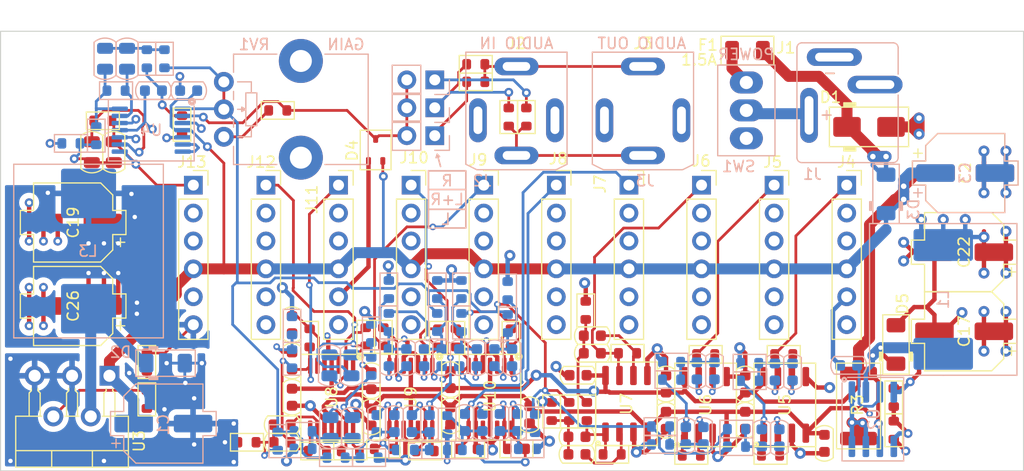
<source format=kicad_pcb>
(kicad_pcb (version 20221018) (generator pcbnew)
  (title_block (title "Audio Spectroscope Backplane") (date "2024-02-19") (rev "B") (company "Dawid Cisło"))
  (layers (0 "F.Cu" signal) (1 "In1.Cu" signal) (2 "In2.Cu" signal) (31 "B.Cu" signal) (34 "B.Paste" user) (35 "F.Paste" user) (36 "B.SilkS" user "B.Silkscreen") (37 "F.SilkS" user "F.Silkscreen") (38 "B.Mask" user) (39 "F.Mask" user) (44 "Edge.Cuts" user))
  (net 0 "")
  (net 1 "+12V")
  (net 2 "GND")
  (net 3 "Net-(U2-TC)")
  (net 4 "-10V")
  (net 5 "Net-(U5A--)")
  (net 6 "Net-(U6A--)")
  (net 7 "+5V")
  (net 8 "Net-(C29-Pad1)")
  (net 9 "Net-(U7A--)")
  (net 10 "Net-(C30-Pad1)")
  (net 11 "Net-(U10A--)")
  (net 12 "Net-(C31-Pad1)")
  (net 13 "Net-(U10D--)")
  (net 14 "Net-(C32-Pad1)")
  (net 15 "Net-(U9A--)")
  (net 16 "Net-(C33-Pad1)")
  (net 17 "Net-(U9C--)")
  (net 18 "Net-(C34-Pad1)")
  (net 19 "Net-(U8C--)")
  (net 20 "Net-(C35-Pad1)")
  (net 21 "Net-(U8D--)")
  (net 22 "Net-(C36-Pad1)")
  (net 23 "Net-(U4D--)")
  (net 24 "Net-(C37-Pad1)")
  (net 25 "Net-(J4-Pin_1)")
  (net 26 "Net-(C38-Pad1)")
  (net 27 "Net-(J5-Pin_1)")
  (net 28 "Net-(C39-Pad2)")
  (net 29 "Net-(C40-Pad2)")
  (net 30 "Net-(C41-Pad2)")
  (net 31 "Net-(C42-Pad2)")
  (net 32 "Net-(C43-Pad2)")
  (net 33 "Net-(C44-Pad2)")
  (net 34 "Net-(C45-Pad2)")
  (net 35 "Net-(C46-Pad2)")
  (net 36 "Net-(C47-Pad2)")
  (net 37 "Net-(C48-Pad2)")
  (net 38 "Net-(C49-Pad1)")
  (net 39 "Net-(J6-Pin_1)")
  (net 40 "Net-(C50-Pad1)")
  (net 41 "Net-(J7-Pin_1)")
  (net 42 "Net-(C51-Pad1)")
  (net 43 "Net-(J8-Pin_1)")
  (net 44 "Net-(C52-Pad1)")
  (net 45 "Net-(J9-Pin_1)")
  (net 46 "Net-(C53-Pad1)")
  (net 47 "Net-(J10-Pin_1)")
  (net 48 "Net-(C54-Pad1)")
  (net 49 "Net-(J11-Pin_1)")
  (net 50 "Net-(C55-Pad1)")
  (net 51 "Net-(J12-Pin_1)")
  (net 52 "Net-(C56-Pad1)")
  (net 53 "Net-(J13-Pin_1)")
  (net 54 "Net-(C57-Pad1)")
  (net 55 "Net-(U5B--)")
  (net 56 "Net-(C58-Pad1)")
  (net 57 "Net-(U6B--)")
  (net 58 "Net-(U7B--)")
  (net 59 "Net-(U10B--)")
  (net 60 "Net-(U10C--)")
  (net 61 "Net-(U9B--)")
  (net 62 "Net-(U9D--)")
  (net 63 "Net-(U8B--)")
  (net 64 "Net-(U8A--)")
  (net 65 "Net-(U4C--)")
  (net 66 "Net-(D1-K)")
  (net 67 "Net-(D2-K)")
  (net 68 "Net-(D4-C)")
  (net 69 "Net-(D5-K)")
  (net 70 "Net-(SW1-A)")
  (net 71 "Net-(SW1-B)")
  (net 83 "Net-(JP1-A)")
  (net 84 "Net-(JP2-A)")
  (net 85 "Net-(JP3-A)")
  (net 86 "Net-(U2-DC)")
  (net 87 "Net-(U2-Vfb)")
  (net 88 "Net-(U3-FB)")
  (net 89 "Net-(U4B-+)")
  (net 91 "Net-(U4B--)")
  (net 92 "Net-(J2-Pad2)")
  (net 93 "Net-(J2-Pad5)")
  (net 95 "Net-(R14-Pad2)")
  (net 97 "Net-(R16-Pad1)")
  (footprint "Diode_SMD_AKL:D_SMA" (layer "F.Cu") (at 122.95 134.7)
    (fp_text reference "D1")
    (fp_text value "SMAJ18A" hide)
  )
  (footprint "Connector_PinSocket_2.54mm:PinSocket_1x06_P2.54mm_Vertical" (layer "F.Cu") (at 81.325 140)
    (fp_text reference "J10")
    (fp_text value "250Hz" hide)
  )
  (footprint "Capacitor_SMD_AKL:C_0603_1608Metric" (layer "F.Cu") (at 77.7 157.8 90)
    (fp_text reference "C8" hide)
    (fp_text value "100nF" hide)
  )
  (footprint "Package_SO_AKL:SO-8_3.9x4.9mm_P1.27mm" (layer "F.Cu") (at 115.3 160 90)
    (fp_text reference "U5")
    (fp_text value "MC33078D" hide)
  )
  (footprint "Resistor_SMD_AKL:R_0603_1608Metric" (layer "F.Cu") (at 87.2 129 180)
    (fp_text reference "R7" hide)
    (fp_text value "10k" hide)
  )
  (footprint "Resistor_SMD_AKL:R_0603_1608Metric" (layer "F.Cu") (at 114 164.6 180)
    (fp_text reference "R36" hide)
    (fp_text value "120k" hide)
  )
  (footprint "MountingHole:MountingHole_3.2mm_M3" (layer "F.Cu") (at 66 158)
    (fp_text reference "")
    (fp_text value "MountingHole_3.2mm_M3" hide)
  )
  (footprint "Resistor_SMD_AKL:R_0603_1608Metric" (layer "F.Cu") (at 101 155.3 180)
    (fp_text reference "R68" hide)
    (fp_text value "27k" hide)
  )
  (footprint "Capacitor_SMD_AKL:C_0603_1608Metric" (layer "F.Cu") (at 97.8 153.7)
    (fp_text reference "C61" hide)
    (fp_text value "10nF" hide)
  )
  (footprint "Package_SO_AKL:TSSOP-14_4.4x5mm_P0.65mm" (layer "F.Cu") (at 74.1 159.3 -90)
    (fp_text reference "U8")
    (fp_text value "TL084CPW" hide)
  )
  (footprint "Capacitor_SMD_AKL:C_0603_1608Metric" (layer "F.Cu") (at 97.8 155.3)
    (fp_text reference "C51" hide)
    (fp_text value "10nF" hide)
  )
  (footprint "Resistor_SMD_AKL:R_0603_1608Metric" (layer "F.Cu") (at 78.8 153.8 -90)
    (fp_text reference "R71" hide)
    (fp_text value "24k" hide)
  )
  (footprint "Resistor_SMD_AKL:R_0603_1608Metric" (layer "F.Cu") (at 95.7 160.6 -90)
    (fp_text reference "R18" hide)
    (fp_text value "12k" hide)
  )
  (footprint "Capacitor_SMD_AKL:CP_Elec_6.3x7.7" (layer "F.Cu") (at 50.6 143.4 180)
    (fp_text reference "C19")
    (fp_text value "180uF 25V" hide)
  )
  (footprint "Resistor_SMD_AKL:R_0603_1608Metric" (layer "F.Cu") (at 91.8 133.8 90)
    (fp_text reference "R4" hide)
    (fp_text value "10k" hide)
  )
  (footprint "Connector_PinSocket_2.54mm:PinSocket_1x06_P2.54mm_Vertical" (layer "F.Cu") (at 87.925 140)
    (fp_text reference "J9")
    (fp_text value "500Hz" hide)
  )
  (footprint "Connector_PinSocket_2.54mm:PinSocket_1x06_P2.54mm_Vertical" (layer "F.Cu") (at 101.125 140)
    (fp_text reference "J7")
    (fp_text value "2kHz" hide)
  )
  (footprint "Capacitor_SMD_AKL:C_0603_1608Metric" (layer "F.Cu") (at 104.5 161.4 90)
    (fp_text reference "C16" hide)
    (fp_text value "100nF" hide)
  )
  (footprint "Package_SO_AKL:TSSOP-14_4.4x5mm_P0.65mm" (layer "F.Cu") (at 81.3 159.3 -90)
    (fp_text reference "U9")
    (fp_text value "TL084CPW" hide)
  )
  (footprint "Resistor_SMD_AKL:R_0603_1608Metric" (layer "F.Cu") (at 57.3 159.5 -90)
    (fp_text reference "R13" hide)
    (fp_text value "3.6k" hide)
  )
  (footprint "Capacitor_SMD_AKL:C_0603_1608Metric" (layer "F.Cu") (at 96.4 164.5)
    (fp_text reference "C31" hide)
    (fp_text value "10nF" hide)
  )
  (footprint "Capacitor_SMD_AKL:C_0603_1608Metric" (layer "F.Cu") (at 70.5 156 -90)
    (fp_text reference "C56" hide)
    (fp_text value "100nF" hide)
  )
  (footprint "Resistor_SMD_AKL:R_0603_1608Metric" (layer "F.Cu") (at 57.3 156.1 -90)
    (fp_text reference "R12" hide)
    (fp_text value "11k" hide)
  )
  (footprint "Capacitor_SMD_AKL:C_0603_1608Metric" (layer "F.Cu") (at 104.5 158.1 90)
    (fp_text reference "C20" hide)
    (fp_text value "100nF" hide)
  )
  (footprint "Resistor_SMD_AKL:R_0603_1608Metric" (layer "F.Cu") (at 90.2 133.8 90)
    (fp_text reference "R6" hide)
    (fp_text value "10k" hide)
  )
  (footprint "Capacitor_SMD_AKL:C_0603_1608Metric" (layer "F.Cu") (at 96.5 157.3 180)
    (fp_text reference "C15" hide)
    (fp_text value "100nF" hide)
  )
  (footprint "Resistor_SMD_AKL:R_0603_1608Metric" (layer "F.Cu") (at 69.2 133.2 180)
    (fp_text reference "R14" hide)
    (fp_text value "33k" hide)
  )
  (footprint "Capacitor_SMD_AKL:C_0603_1608Metric" (layer "F.Cu") (at 70.5 159.3 -90)
    (fp_text reference "C6" hide)
    (fp_text value "100nF" hide)
  )
  (footprint "Resistor_SMD_AKL:R_0603_1608Metric" (layer "F.Cu") (at 90.9 164)
    (fp_text reference "R40" hide)
    (fp_text value "160k" hide)
  )
  (footprint "Package_SO_AKL:TSSOP-14_4.4x5mm_P0.65mm" (layer "F.Cu") (at 88.5 159.3 -90)
    (fp_text reference "U10")
    (fp_text value "TL084CPW" hide)
  )
  (footprint "Connector_PinSocket_2.54mm:PinSocket_1x06_P2.54mm_Vertical" (layer "F.Cu") (at 68.125 140)
    (fp_text reference "J12")
    (fp_text value "63Hz" hide)
  )
  (footprint "Resistor_SMD_AKL:R_0603_1608Metric" (layer "F.Cu") (at 125.2 162.3 -90)
    (fp_text reference "R11" hide)
    (fp_text value "100k" hide)
  )
  (footprint "Resistor_SMD_AKL:R_0603_1608Metric" (layer "F.Cu") (at 108.1 155.4 180)
    (fp_text reference "R67" hide)
    (fp_text value "20k" hide)
  )
  (footprint "Connector_PinSocket_2.54mm:PinSocket_1x06_P2.54mm_Vertical" (layer "F.Cu") (at 61.525 140)
    (fp_text reference "J13")
    (fp_text value "32Hz" hide)
  )
  (footprint "Resistor_SMD_AKL:R_0603_1608Metric" (layer "F.Cu") (at 99.6 164.5 180)
    (fp_text reference "R38" hide)
    (fp_text value "36k" hide)
  )
  (footprint "Package_TO_SOT_SMD_AKL:SOT-323_SC-70" (layer "F.Cu") (at 78.1 136.8 90)
    (fp_text reference "D4")
    (fp_text value "BAT54SW" hide)
  )
  (footprint "Resistor_SMD_AKL:R_0603_1608Metric" (layer "F.Cu") (at 85.4 153.9 -90)
    (fp_text reference "R69" hide)
    (fp_text value "68k" hide)
  )
  (footprint "Resistor_SMD_AKL:R_0603_1608Metric" (layer "F.Cu") (at 115.2 155.4 180)
    (fp_text reference "R66" hide)
    (fp_text value "100k" hide)
  )
  (footprint "Connector_PinSocket_2.54mm:PinSocket_1x06_P2.54mm_Vertical" (layer "F.Cu") (at 107.725 140)
    (fp_text reference "J6")
    (fp_text value "4kHz" hide)
  )
  (footprint "Connector_PinSocket_2.54mm:PinSocket_1x06_P2.54mm_Vertical" (layer "F.Cu") (at 74.725 140)
    (fp_text reference "J11")
    (fp_text value "125Hz" hide)
  )
  (footprint "Fuse_AKL:Fuse_1206_3216Metric" (layer "F.Cu") (at 111.9 127.75)
    (fp_text reference "F1")
    (fp_text value "1A" hide)
  )
  (footprint "Capacitor_SMD_AKL:C_0805_2012Metric" (layer "F.Cu") (at 52.3 137 90)
    (fp_text reference "C68" hide)
    (fp_text value "1uF" hide)
  )
  (footprint "Capacitor_SMD_AKL:CP_Elec_6.3x7.7" (layer "F.Cu") (at 131.6 153.3 180)
    (fp_text reference "C17")
    (fp_text value "180uF 25V" hide)
  )
  (footprint "MountingHole:MountingHole_3.2mm_M3" (layer "F.Cu") (at 49 131)
    (fp_text reference "REF**" hide)
    (fp_text value "MountingHole_3.2mm_M3" hide)
  )
  (footprint "Capacitor_SMD_AKL:C_0603_1608Metric" (layer "F.Cu") (at 77.7 161.1 90)
    (fp_text reference "C13" hide)
    (fp_text value "100nF" hide)
  )
  (footprint "Resistor_SMD_AKL:R_0603_1608Metric" (layer "F.Cu") (at 106.8 164.6 180)
    (fp_text reference "R37" hide)
    (fp_text value "24k" hide)
  )
  (footprint "Resistor_SMD_AKL:R_0603_1608Metric" (layer "F.Cu") (at 53.3 134.14363)
    (fp_text reference "R75" hide)
    (fp_text value "39k" hide)
  )
  (footprint "Resistor_SMD_AKL:R_0603_1608Metric" (layer "F.Cu") (at 125.2 159.325 -90)
    (fp_text reference "R8" hide)
    (fp_text value "15k" hide)
  )
  (footprint "Capacitor_SMD_AKL:C_0603_1608Metric" (layer "F.Cu") (at 69.6 163.4)
    (fp_text reference "C46" hide)
    (fp_text value "100nF" hide)
  )
  (footprint "Resistor_SMD_AKL:R_0603_1608Metric" (layer "F.Cu") (at 87.2 130.6 180)
    (fp_text reference "R5" hide)
    (fp_text value "10k" hide)
  )
  (footprint "Resistor_SMD_AKL:R_0603_1608Metric" (layer "F.Cu") (at 60.5 134.5 90)
    (fp_text reference "R15" hide)
    (fp_text value "10k" hide)
  )
  (footprint "Resistor_SMD_AKL:R_0603_1608Metric" (layer "F.Cu") (at 97.3 160.6 90)
    (fp_text reference "R48" hide)
    (fp_text value "9.1k" hide)
  )
  (footprint "Connector_PinSocket_2.54mm:PinSocket_1x06_P2.54mm_Vertical" (layer "F.Cu") (at 114.325 140)
    (fp_text reference "J5")
    (fp_text value "8kHz" hide)
  )
  (footprint "Capacitor_SMD_AKL:C_0603_1608Metric" (layer "F.Cu") (at 118.9 163.5 90)
    (fp_text reference "C7" hide)
    (fp_text value "100nF" hide)
  )
  (footprint "Package_SO_AKL:SO-8_3.9x4.9mm_P1.27mm" (layer "F.Cu") (at 108.1 160 90)
    (fp_text reference "U6")
    (fp_text value "MC33078D" hide)
  )
  (footprint "Resistor_SMD_AKL:R_0603_1608Metric" (layer "F.Cu") (at 75.8 164.2)
    (fp_text reference "R44" hide)
    (fp_text value "24k" hide)
  )
  (footprint "Capacitor_SMD_AKL:CP_Elec_6.3x7.7" (layer "F.Cu") (at 50.6 151 180)
    (fp_text reference "C26")
    (fp_text value "180uF 25V" hide)
  )
  (footprint "Resistor_SMD_AKL:R_0603_1608Metric" (layer "F.Cu") (at 77.2 153.8 -90)
    (fp_text reference "R74" hide)
    (fp_text value "20k" hide)
  )
  (footprint "Resistor_SMD_AKL:R_0603_1608Metric" (layer "F.Cu") (at 72.1 153.9 -90)
    (fp_text reference "R73" hide)
    (fp_text value "100k" hide)
  )
  (footprint "Resistor_SMD_AKL:R_2512_6332Metric" (layer "F.Cu") (at 122 160.1 90)
    (fp_text reference "R3")
    (fp_text value "0R2" hide)
  )
  (footprint "Capacitor_SMD_AKL:C_0603_1608Metric" (layer "F.Cu") (at 70.5 152.7 90)
    (fp_text reference "C66" hide)
    (fp_text value "100nF" hide)
  )
  (footprint "Capacitor_SMD_AKL:C_0603_1608Metric" (layer "F.Cu") (at 69.6 161.8)
    (fp_text reference "C36" hide)
    (fp_text value "100nF" hide)
  )
  (footprint "Connector_PinSocket_2.54mm:PinSocket_1x06_P2.54mm_Vertical" (layer "F.Cu") (at 94.525 140)
    (fp_text reference "J8")
    (fp_text value "1kHz" hide)
  )
  (footprint "Package_SO_AKL:SO-8_3.9x4.9mm_P1.27mm" (layer "F.Cu") (at 100.9 159.9 90)
    (fp_text reference "U7")
    (fp_text value "MC33078D" hide)
  )
  (footprint "Connector_PinSocket_2.54mm:PinSocket_1x06_P2.54mm_Vertical" (layer "F.Cu") (at 120.925 140)
    (fp_text reference "J4")
    (fp_text value "16kHz" hide)
  )
  (footprint "MountingHole:MountingHole_3.2mm_M3" (layer "F.Cu") (at 130 161)
    (fp_text reference "REF**" hide)
    (fp_text value "MountingHole_3.2mm_M3" hide)
  )
  (footprint "Resistor_SMD_AKL:R_0603_1608Metric" (layer "F.Cu") (at 94.1 160.6 -90)
    (fp_text reference "R28" hide)
    (fp_text value "620" hide)
  )
  (footprint "Resistor_SMD_AKL:R_0603_1608Metric" (layer "F.Cu") (at 97.2 151.4 -90)
    (fp_text reference "R58" hide)
    (fp_text value "470" hide)
  )
  (footprint "Capacitor_SMD_AKL:C_0603_1608Metric" (layer "F.Cu") (at 84.9 157.7 90)
    (fp_text reference "C10" hide)
    (fp_text value "100nF" hide)
  )
  (footprint "Diode_SMD_AKL:D_MiniMELF" (layer "F.Cu") (at 125.4 154.5 90)
    (fp_text reference "D5")
    (fp_text value "SGL34-40" hide)
  )
  (footprint "Capacitor_SMD_AKL:C_0603_1608Metric" (layer "F.Cu") (at 92.1 160.9 90)
    (fp_text reference "C11" hide)
    (fp_text value "100nF" hide)
  )
  (footprint "Resistor_SMD_AKL:R_0603_1608Metric" (layer "F.Cu") (at 90.4 153.9 -90)
    (fp_text reference "R39" hide)
    (fp_text value "82k" hide)
  )
  (footprint "Package_TO_SOT_THT_AKL:TO-220-5_P3.4x3.7mm_StaggerOdd_Lead3.8mm_Vertical" (layer "F.Cu") (at 53.9 157.35 180)
    (fp_text reference "U3")
    (fp_text value "LM2576T-5" hide)
  )
  (footprint "Capacitor_SMD_AKL:C_0603_1608Metric" (layer "F.Cu") (at 111.7 158.1 90)
    (fp_text reference "C12" hide)
    (fp_text value "100nF" hide)
  )
  (footprint "Resistor_SMD_AKL:R_0603_1608Metric" (layer "F.Cu") (at 78.8 164 180)
    (fp_text reference "R42" hide)
    (fp_text value "62k" hide)
  )
  (footprint "Capacitor_SMD_AKL:C_0603_1608Metric" (layer "F.Cu") (at 84.9 161 90)
    (fp_text reference "C9" hide)
    (fp_text value "100nF" hide)
  )
  (footprint "Capacitor_SMD_AKL:CP_Elec_6.3x7.7" (layer "F.Cu") (at 131.6 146.1 180)
    (fp_text reference "C22")
    (fp_text value "180uF 25V" hide)
  )
  (footprint "Resistor_SMD_AKL:R_0603_1608Metric" (layer "F.Cu") (at 86.5 164 180)
    (fp_text reference "R70" hide)
    (fp_text value "130k" hide)
  )
  (footprint "MountingHole:MountingHole_3.2mm_M3" (layer "F.Cu") (at 130 131)
    (fp_text reference "REF**" hide)
    (fp_text value "MountingHole_3.2mm_M3" hide)
  )
  (footprint "Resistor_SMD_AKL:R_0603_1608Metric" (layer "F.Cu") (at 66.4 163.4)
    (fp_text reference "R33" hide)
    (fp_text value "1.6k" hide)
  )
  (footprint "Capacitor_SMD_AKL:CP_Elec_6.3x7.7" (layer "F.Cu") (at 131.7 138.9)
    (fp_text reference "C2")
    (fp_text value "180uF 25V" hide)
  )
  (footprint "Capacitor_SMD_AKL:C_0603_1608Metric" (layer "F.Cu") (at 111.7 161.4 90)
    (fp_text reference "C21" hide)
    (fp_text value "100nF" hide)
  )
  (footprint "Resistor_SMD_AKL:R_0603_1608Metric" (layer "F.Cu") (at 82.6 164.2)
    (fp_text reference "R72" hide)
    (fp_text value "51k" hide)
  )
  (footprint "Capacitor_SMD_AKL:C_0805_2012Metric" (layer "F.Cu") (at 54.3 137 90)
    (fp_text reference "C58" hide)
    (fp_text value "1uF" hide)
  )
  (footprint "Capacitor_SMD_AKL:C_0603_1608Metric" (layer "F.Cu") (at 96.4 162.9)
    (fp_text reference "C41" hide)
    (fp_text value "10nF" hide)
  )
  (footprint "Resistor_SMD_AKL:R_0603_1608Metric" (layer "F.Cu") (at 83.8 153.9 -90)
    (fp_text reference "R41" hide)
    (fp_text value "33k" hide)
  )
  (footprint "Resistor_SMD_AKL:R_0603_1608Metric" (layer "F.Cu") (at 72.8 164.2 180)
    (fp_text reference "R43" hide)
    (fp_text value "130k" hide)
  )
  (footprint "Resistor_SMD_AKL:R_0603_1608Metric" (layer "B.Cu") (at 104 163.6)
    (fp_text reference "R27" hide)
    (fp_text value "200" hide)
  )
  (footprint "Capacitor_SMD_AKL:C_0603_1608Metric" (layer "B.Cu") (at 91 161.6 90)
    (fp_text reference "C43" hide)
    (fp_text value "10nF" hide)
  )
  (footprint "Resistor_SMD_AKL:R_0603_1608Metric" (layer "B.Cu") (at 90.1 152.6 -90)
    (fp_text reference "R19" hide)
    (fp_text value "30k" hide)
  )
  (footprint "Resistor_SMD_AKL:R_0603_1608Metric" (layer "B.Cu") (at 110.9 162.2)
    (fp_text reference "R16" hide)
    (fp_text value "43k" hide)
  )
  (footprint "Custom:FC681374V" (layer "B.Cu") (at 102.4 133.5)
    (fp_text reference "J3")
    (fp_text value "FC681374V" hide)
  )
  (footprint "Capacitor_SMD_AKL:C_0603_1608Metric" (layer "B.Cu") (at 85.7 155.7 -90)
    (fp_text reference "C52" hide)
    (fp_text value "10nF" hide)
  )
  (footprint "Resistor_SMD_AKL:R_0603_1608Metric" (layer "B.Cu") (at 104 161.964166)
    (fp_text reference "R17" hide)
    (fp_text value "9.1k" hide)
  )
  (footprint "Resistor_SMD_AKL:R_0603_1608Metric" (layer "B.Cu") (at 71.5 162.4)
    (fp_text reference "R24" hide)
    (fp_text value "9.1k" hide)
  )
  (footprint "Capacitor_SMD_AKL:C_0603_1608Metric" (layer "B.Cu") (at 87.3 155.7 -90)
    (fp_text reference "C62" hide)
    (fp_text value "10nF" hide)
  )
  (footprint "Diode_SMD_AKL:D_MiniMELF" (layer "B.Cu") (at 59 156.2)
    (fp_text reference "D2")
    (fp_text value "SGL34-40" hide)
  )
  (footprint "Capacitor_SMD_AKL:C_0603_1608Metric" (layer "B.Cu") (at 79.8 161.7 90)
    (fp_text reference "C35" hide)
    (fp_text value "100nF" hide)
  )
  (footprint "Resistor_SMD_AKL:R_0603_1608Metric" (layer "B.Cu") (at 105 156.1)
    (fp_text reference "R57" hide)
    (fp_text value "160" hide)
  )
  (footprint "Resistor_SMD_AKL:R_0603_1608Metric" (layer "B.Cu") (at 70.5 152.8 -90)
    (fp_text reference "R63" hide)
    (fp_text value "1.3k" hide)
  )
  (footprint "Resistor_SMD_AKL:R_0603_1608Metric" (layer "B.Cu") (at 85.9 152.5 -90)
    (fp_text reference "R49" hide)
    (fp_text value "24k" hide)
  )
  (footprint "Resistor_SMD_AKL:R_0603_1608Metric" (layer "B.Cu") (at 52.7 135.5 -90)
    (fp_text reference "R55" hide)
    (fp_text value "15k" hide)
  )
  (footprint "Capacitor_SMD_AKL:C_0603_1608Metric" (layer "B.Cu") (at 107.9 162.8 90)
    (fp_text reference "C30" hide)
    (fp_text value "10nF" hide)
  )
  (footprint "Custom:ADC-010-1" (layer "B.Cu") (at 121 132.5)
    (fp_text reference "J1")
    (fp_text value "ADC-010-1" hide)
  )
  (footprint "Resistor_SMD_AKL:R_0603_1608Metric" (layer "B.Cu") (at 112.1 157.8)
    (fp_text reference "R46" hide)
    (fp_text value "36k" hide)
  )
  (footprint "Capacitor_SMD_AKL:C_0805_2012Metric" (layer "B.Cu") (at 73.9 156.4 -90)
    (fp_text reference "C67" hide)
    (fp_text value "1uF" hide)
  )
  (footprint "Resistor_SMD_AKL:R_0603_1608Metric" (layer "B.Cu") (at 57.3 128.5 90)
    (fp_text reference "R35" hide)
    (fp_text value "620" hide)
  )
  (footprint "Resistor_SMD_AKL:R_0603_1608Metric" (layer "B.Cu") (at 83.8 164.1 180)
    (fp_text reference "R62" hide)
    (fp_text value "680" hide)
  )
  (footprint "Resistor_SMD_AKL:R_0603_1608Metric" (layer "B.Cu") (at 91.9 164 180)
    (fp_text reference "R30" hide)
    (fp_text value "2k" hide)
  )
  (footprint "Capacitor_SMD_AKL:C_0603_1608Metric" (layer "B.Cu") (at 90.5 155.7 -90)
    (fp_text reference "C42" hide)
    (fp_text value "10nF" hide)
  )
  (footprint "Resistor_SMD_AKL:R_0603_1608Metric" (layer "B.Cu") (at 54.5 131.4 180)
    (fp_text reference "R45" hide)
    (fp_text value "51k" hide)
  )
  (footprint "Resistor_SMD_AKL:R_0603_1608Metric" (layer "B.Cu") (at 77.5 164.8 180)
    (fp_text reference "R32" hide)
    (fp_text value "820" hide)
  )
  (footprint "Resistor_SMD_AKL:R_0603_1608Metric" (layer "B.Cu") (at 70.5 155.8 90)
    (fp_text reference "R53" hide)
    (fp_text value "36k" hide)
  )
  (footprint "Resistor_SMD_AKL:R_0603_1608Metric" (layer "B.Cu") (at 92.6 161.7 -90)
    (fp_text reference "R20" hide)
    (fp_text value "56k" hide)
  )
  (footprint "Resistor_SMD_AKL:R_0603_1608Metric" (layer "B.Cu") (at 71.5 164)
    (fp_text reference "R34" hide)
    (fp_text value "330" hide)
  )
  (footprint "Resistor_SMD_AKL:R_0603_1608Metric" (layer "B.Cu") (at 83.7 149.5 -90)
    (fp_text reference "R31" hide)
    (fp_text value "430" hide)
  )
  (footprint "Capacitor_SMD_AKL:C_0805_2012Metric" (layer "B.Cu") (at 74 162.1 90)
    (fp_text reference "C37" hide)
    (fp_text value "1uF" hide)
  )
  (footprint "Package_SO_AKL:TSSOP-14_4.4x5mm_P0.65mm" (layer "B.Cu") (at 57.7 135 180)
    (fp_text reference "U4")
    (fp_text value "TL084CPW" hide)
  )
  (footprint "Capacitor_SMD_AKL:C_0603_1608Metric" (layer "B.Cu") (at 79.3 155.7 -90)
    (fp_text reference "C54" hide)
    (fp_text value "100nF" hide)
  )
  (footprint "Capacitor_SMD_AKL:C_0805_2012Metric" (layer "B.Cu") (at 53.5 128.5 -90)
    (fp_text reference "C48" hide)
    (fp_text value "1uF" hide)
  )
  (footprint "Resistor_SMD_AKL:R_0603_1608Metric" (layer "B.Cu") (at 110.9 163.8)
    (fp_text reference "R26" hide)
    (fp_text value "1k" hide)
  )
  (footprint "Resistor_SMD_AKL:R_0603_1608Metric" (layer "B.Cu") (at 77.7 153.5 -90)
    (fp_text reference "R64" hide)
    (fp_text value "270" hide)
  )
  (footprint "Potentiometer_THT_AKL:Potentiometer_Alps_RK09K_Single_Vertical" (layer "B.Cu") (at 64.3 130.6)
    (fp_text reference "RV1")
    (fp_text value "50k" hide)
  )
  (footprint "Resistor_SMD_AKL:R_0603_1608Metric" (layer "B.Cu") (at 90.1 149.6 -90)
    (fp_text reference "R29" hide)
    (fp_text value "1k" hide)
  )
  (footprint "Diode_SMD_AKL:D_MiniMELF" (layer "B.Cu") (at 124.5 140.8 90)
    (fp_text reference "D3")
    (fp_text value "SGL34-40" hide)
  )
  (footprint "Capacitor_SMD_AKL:C_0603_1608Metric" (layer "B.Cu") (at 121.1 156.4 180)
    (fp_text reference "C5" hide)
    (fp_text value "220pF" hide)
  )
  (footprint "Capacitor_SMD_AKL:C_0603_1608Metric" (layer "B.Cu") (at 57.9 131.4 180)
    (fp_text reference "C25" hide)
    (fp_text value "100nF" hide)
  )
  (footprint "Resistor_SMD_AKL:R_0603_1608Metric" (layer "B.Cu") (at 79.3 152.5 -90)
    (fp_text reference "R51" hide)
    (fp_text value "9.1k" hide)
  )
  (footprint "Custom:FC681374V" (layer "B.Cu") (at 90.9 133.5)
    (fp_text reference "J2")
    (fp_text value "FC681374V" hide)
  )
  (footprint "Capacitor_SMD_AKL:C_0603_1608Metric" (layer "B.Cu") (at 107.3 156.9 -90)
    (fp_text reference "C50" hide)
    (fp_text value "10nF" hide)
  )
  (footprint "Capacitor_SMD_AKL:C_0805_2012Metric" (layer "B.Cu") (at 55.5 128.5 -90)
    (fp_text reference "C38" hide)
    (fp_text value "1uF" hide)
  )
  (footprint "Resistor_SMD_AKL:R_0603_1608Metric" (layer "B.Cu") (at 105 157.7)
    (fp_text reference "R47" hide)
    (fp_text value "7.5k" hide)
  )
  (footprint "Capacitor_SMD_AKL:C_0603_1608Metric" (layer "B.Cu") (at 81.4 161.7 90)
    (fp_text reference "C65" hide)
    (fp_text value "100nF" hide)
  )
  (footprint "Connector_PinHeader_2.54mm:PinHeader_1x02_P2.54mm_Vertical" (layer "B.Cu") (at 83.475 132.96 90)
    (fp_text reference "JP3" hide)
    (fp_text value "L+R" hide)
  )
  (footprint "Resistor_SMD_AKL:R_0603_1608Metric" (layer "B.Cu") (at 58.9 128.5 90)
    (fp_text reference "R25" hide)
    (fp_text value "18k" hide)
  )
  (footprint "Resistor_SMD_AKL:R_0603_1608Metric" (layer "B.Cu") (at 74.5 164.8)
    (fp_text reference "R22" hide)
    (fp_text value "22k" hide)
  )
  (footprint "Capacitor_SMD_AKL:C_0603_1608Metric" (layer "B.Cu") (at 89.4 161.6 90)
    (fp_text reference "C33" hide)
    (fp_text value "10nF" hide)
  )
  (footprint "Capacitor_SMD_AKL:C_0805_2012Metric" (layer "B.Cu") (at 76 162.1 90)
    (fp_text reference "C47" hide)
    (fp_text value "1uF" hide)
  )
  (footprint "Capacitor_SMD_AKL:C_0603_1608Metric" (layer "B.Cu") (at 113.2 163 90)
    (fp_text reference "C39" hide)
    (fp_text value "1nF" hide)
  )
  (footprint "Resistor_SMD_AKL:R_0603_1608Metric" (layer "B.Cu") (at 80.8 164.1)
    (fp_text reference "R52" hide)
    (fp_text value "18k" hide)
  )
  (footprint "Capacitor_SMD_AKL:C_0603_1608Metric" (layer "B.Cu") (at 116 157 -90)
    (fp_text reference "C59" hide)
    (fp_text value "1nF" hide)
  )
  (footprint "Capacitor_SMD_AKL:C_0603_1608Metric" (layer "B.Cu") (at 114.4 157 -90)
    (fp_text reference "C49" hide)
    (fp_text value "1nF" hide)
  )
  (footprint "Resistor_SMD_AKL:R_0603_1608Metric" (layer "B.Cu") (at 77.7 156.5 90)
    (fp_text reference "R54" hide)
    (fp_text value "6.8k" hide)
  )
  (footprint "Custom:5FS1S102M2QE" (layer "B.Cu") (at 111.8 130.66 180)
    (fp_text reference "SW1")
    (fp_text value "5FS1S102M2QE" hide)
  )
  (footprint "Capacitor_SMD_AKL:C_0603_1608Metric" (layer "B.Cu") (at 82.5 155.7 -90)
    (fp_text reference "C34" hide)
    (fp_text value "100nF" hide)
  )
  (footprint "Capacitor_SMD_AKL:C_0603_1608Metric" (layer "B.Cu") (at 61.1 131.4 180)
    (fp_text reference "C24" hide)
    (fp_text value "100nF" hide)
  )
  (footprint "Capacitor_SMD_AKL:C_0603_1608Metric" (layer "B.Cu") (at 88.9 155.7 -90)
    (fp_text reference "C32" hide)
    (fp_text value "10nF" hide)
  )
  (footprint "Capacitor_SMD_AKL:C_0603_1608Metric" (layer "B.Cu") (at 83 161.7 90)
    (fp_text reference "C55" hide)
    (fp_text value "100nF" hide)
  )
  (footprint "Resistor_SMD_AKL:R_0603_1608Metric" (layer "B.Cu") (at 112.1 156.2)
    (fp_text reference "R56" hide)
    (fp_text value "820" hide)
  )
  (footprint "Capacitor_SMD_AKL:C_0603_1608Metric" (layer "B.Cu") (at 108.9 156.9 -90)
    (fp_text reference "C60" hide)
    (fp_text value "10nF" hide)
  )
  (footprint "Capacitor_SMD_AKL:C_0603_1608Metric" (layer "B.Cu") (at 106.3 162.8 90)
    (fp_text reference "C40" hide)
    (fp_text value "10nF" hide)
  )
  (footprint "Capacitor_SMD_AKL:C_0603_1608Metric" (layer "B.Cu") (at 84.1 155.7 -90)
    (fp_text reference "C44" hide)
    (fp_text value "100nF" hide)
  )
  (footprint "Resistor_SMD_AKL:R_0603_1608Metric" (layer "B.Cu") (at 86.8 164.1 180)
    (fp_text reference "R50" hide)
    (fp_text value "43k" hide)
  )
  (footprint "Resistor_SMD_AKL:R_0603_1608Metric" (layer "B.Cu") (at 50.4 136.2)
    (fp_text reference "R65" hide)
    (fp_text value "510" hide)
  )
  (footprint "Capacitor_SMD_AKL:C_0603_1608Metric" (layer "B.Cu") (at 80.9 155.7 -90)
    (fp_text reference "C64" hide)
    (fp_text value "100nF" hide)
  )
  (footprint "Capacitor_SMD_AKL:C_0805_2012Metric" (layer "B.Cu") (at 75.9 156.4 -90)
    (fp_text reference "C57" hide)
    (fp_text value "1uF" hide)
  )
  (footprint "Inductor_SMD_AKL:L_12x12mm_H6mm" (layer "B.Cu") (at 129.7 150.4 90)
    (fp_text reference "L1")
    (fp_text value "PCS125MT470" hide)
  )
  (footprint "Inductor_SMD_AKL:L_Wuerth_HCI-1365" (layer "B.Cu") (at 52 146 90)
    (fp_text reference "L3")
    (fp_text value "HPI1260-151" hide)
  )
  (footprint "Resistor_SMD_AKL:R_0603_1608Metric" (layer "B.Cu") (at 84.6 161.8 90)
    (fp_text reference "R60" hide)
    (fp_text value "1.6k" hide)
  )
  (footprint "Capacitor_SMD_AKL:C_0603_1608Metric" (layer "B.Cu") (at 114.8 163 90)
    (fp_text reference "C29" hide)
    (fp_text value "1nF" hide)
  )
  (footprint "Capacitor_SMD_AKL:CP_Elec_6.3x7.7" (layer "B.Cu") (at 58.8 161.7)
    (fp_text reference "C1")
    (fp_text value "180uF 25V" hide)
  )
  (footprint "Resistor_SMD_AKL:R_0603_1608Metric" (layer "B.Cu") (at 83.7 152.5 -90)
    (fp_text reference "R21" hide)
    (fp_text value "11k" hide)
  )
  (footprint "Resistor_SMD_AKL:R_0603_1608Metric" (layer "B.Cu") (at 85.9 149.5 -90)
    (fp_text reference "R59" hide)
    (fp_text value "750" hide)
  )
  (footprint "Capacitor_SMD_AKL:C_0603_1608Metric" (layer "B.Cu") (at 78.2 161.7 90)
    (fp_text reference "C45" hide)
    (fp_text value "100nF" hide)
  )
  (footprint "Connector_PinHeader_2.54mm:PinHeader_1x02_P2.54mm_Vertical" (layer "B.Cu") (at 83.475 135.5 90)
    (fp_text reference "JP2" hide)
    (fp_text value "LEFT" hide)
  )
  (footprint "Connector_PinHeader_2.54mm:PinHeader_1x02_P2.54mm_Vertical" (layer "B.Cu") (at 83.475 130.42 90)
    (fp_text reference "JP1" hide)
    (fp_text value "Right" hide)
  )
  (footprint "Capacitor_SMD_AKL:CP_Elec_6.3x7.7" (layer "B.Cu") (at 131.7 138.9)
    (fp_text reference "C3")
    (fp_text value "180uF 25V" hide)
  )
  (footprint "Resistor_SMD_AKL:R_0603_1608Metric" (layer "B.Cu") (at 79.3 149.5 -90)
    (fp_text reference "R61" hide)
    (fp_text value "330" hide)
  )
  (footprint "Resistor_SMD_AKL:R_0603_1608Metric" (layer "B.Cu") (at 69.2 163.3 -90)
    (fp_text reference "R23" hide)
    (fp_text value "43k" hide)
  )
  (footprint "Package_SO_AKL:SOIC-8_3.9x4.9mm_P1.27mm" (layer "B.Cu") (at 123.3 161.3 -90)
    (fp_text reference "U2")
    (fp_text value "MC34063AD" hide)
  )
  (footprint "Capacitor_SMD_AKL:C_0603_1608Metric" (layer "B.Cu") (at 86.2 161.6 90)
    (fp_text reference "C53" hide)
    (fp_text value "10nF" hide)
  )
  (footprint "Capacitor_SMD_AKL:C_0603_1608Metric" (layer "B.Cu") (at 87.8 161.6 90)
    (fp_text reference "C63" hide)
    (fp_text value "10nF" hide)
  )
  (gr_line (start 84 138.3) (end 83.7 137.2) (stroke (width 0.15)) (layer "B.SilkS"))
  (gr_rect (start 82.9 138.7) (end 86.3 143.9) (stroke (width 0.15)) (fill none) (layer "B.SilkS"))
  (gr_line (start 82.9 140.4) (end 86.3 140.4) (stroke (width 0.15)) (layer "B.SilkS"))
  (gr_line (start 86.3 142.2) (end 82.9 142.2) (stroke (width 0.15)) (layer "B.SilkS"))
  (gr_line (start 83.7 137.2) (end 83.6 137.5) (stroke (width 0.15)) (layer "B.SilkS"))
  (gr_line (start 83.7 137.2) (end 83.9 137.4) (stroke (width 0.15)) (layer "B.SilkS"))
  (gr_rect (start 44 126) (end 137 166) (stroke (width 0.1)) (fill none) (layer "Edge.Cuts"))
  (gr_text "R" (at 84.6 139.6) (layer "B.SilkS") (effects (font (size 1 1)) (justify mirror)))
  (gr_text "L+R" (at 84.6 141.3) (layer "B.SilkS") (effects (font (size 1 1)) (justify mirror)))
  (gr_text "AUDIO OUT" (at 102.3 127.1) (layer "B.SilkS") (effects (font (size 1 1)) (justify mirror)))
  (gr_text "POWER" (at 111.8 128.1) (layer "B.SilkS") (effects (font (size 1 1)) (justify mirror)))
  (gr_text "L" (at 84.5 143.1) (layer "B.SilkS") (effects (font (size 1 1)) (justify mirror)))
  (gr_text "GAIN" (at 75.4 127.2) (layer "B.SilkS") (effects (font (size 1 1)) (justify mirror)))
  (gr_text "AUDIO IN" (at 90.9 127.1) (layer "B.SilkS") (effects (font (size 1 1)) (justify mirror)))
  (gr_text "1.5A" (at 107.5 128.6) (layer "F.SilkS") (effects (font (size 1 1))))
  (segment (start 74.1 156.4375) (end 74.1 158.35) (width 0.4) (layer "F.Cu") (net 1))
  (segment (start 77.7 158.575) (end 81.225 158.575) (width 0.4) (layer "F.Cu") (net 1))
  (segment (start 91.525 158.475) (end 88.575 158.475) (width 0.4) (layer "F.Cu") (net 1))
  (segment (start 122 157.1375) (end 123.0375 157.1375) (width 0.4) (layer "F.Cu") (net 1))
  (segment (start 86.551 146.246) (end 82.545066 146.246) (width 1) (layer "F.Cu") (net 1))
  (segment (start 122 158.3) (end 122 157.1375) (width 0.4) (layer "F.Cu") (net 1))
  (segment (start 81.3 156.4375) (end 81.3 158.5) (width 0.4) (layer "F.Cu") (net 1))
  (segment (start 75.679087 158.451489) (end 75.229588 158.900988) (width 0.4) (layer "F.Cu") (net 1))
  (segment (start 126.1 141.3) (end 126.1 140.6) (width 1) (layer "F.Cu") (net 1))
  (segment (start 75.229588 158.900988) (end 74.300988 158.900988) (width 0.4) (layer "F.Cu") (net 1))
  (segment (start 111.7 158.875) (end 112.475 158.875) (width 0.4) (layer "F.Cu") (net 1))
  (segment (start 127.3 138.9) (end 126.1 140.1) (width 1) (layer "F.Cu") (net 1))
  (segment (start 84.8 158.575) (end 84.9 158.475) (width 0.4) (layer "F.Cu") (net 1))
  (segment (start 59.975 149.925) (end 53.9 156) (width 1) (layer "F.Cu") (net 1))
  (segment (start 77.7 158.575) (end 77.576489 158.451489) (width 0.4) (layer "F.Cu") (net 1))
  (segment (start 82.545066 146.246) (end 81.325 147.466066) (width 1) (layer "F.Cu") (net 1))
  (segment (start 107.154 159.654) (end 106.195 158.695) (width 0.4) (layer "F.Cu") (net 1))
  (segment (start 64.3 138) (end 64.3 147.62) (width 0.25) (layer "F.Cu") (net 1))
  (segment (start 78.75 139.15) (end 78.8 139.2) (width 0.25) (layer "F.Cu") (net 1))
  (segment (start 98.995 157.325) (end 98.995 158.795) (width 0.4) (layer "F.Cu") (net 1))
  (segment (start 123.0375 157.1375) (end 123.8 157.9) (width 0.4) (layer "F.Cu") (net 1))
  (segment (start 98.995 158.795) (end 99 158.8) (width 0.4) (layer "F.Cu") (net 1))
  (segment (start 129 138.9) (end 127.3 138.9) (width 1) (layer "F.Cu") (net 1))
  (segment (start 88.575 158.475) (end 84.9 158.475) (width 0.4) (layer "F.Cu") (net 1))
  (segment (start 126.1 140.6) (end 126.1 140.1) (width 1) (layer "F.Cu") (net 1))
  (segment (start 122 157.1375) (end 122 154.9) (width 1) (layer "F.Cu") (net 1))
  (segment (start 81.3 158.5) (end 81.225 158.575) (width 0.4) (layer "F.Cu") (net 1))
  (segment (start 97.3 157.325) (end 97.275 157.3) (width 0.4) (layer "F.Cu") (net 1))
  (segment (start 112.475 158.875) (end 113.3 159.7) (width 0.4) (layer "F.Cu") (net 1))
  (segment (start 53.9 156) (end 53.9 157.35) (width 1) (layer "F.Cu") (net 1))
  (segment (start 77.576489 158.451489) (end 75.679087 158.451489) (width 0.4) (layer "F.Cu") (net 1))
  (segment (start 68.125 147.62) (end 64.3 147.62) (width 1) (layer "F.Cu") (net 1))
  (segment (start 98.995 157.325) (end 97.3 157.325) (width 0.4) (layer "F.Cu") (net 1))
  (segment (start 125.3 141.3) (end 126.1 141.3) (width 1) (layer "F.Cu") (net 1))
  (segment (start 61.525 147.62) (end 59.975 149.17) (width 1) (layer "F.Cu") (net 1))
  (segment (start 113.3 159.7) (end 120.6 159.7) (width 0.4) (layer "F.Cu") (net 1))
  (segment (start 74.300988 158.900988) (end 73.925 158.525) (width 0.4) (layer "F.Cu") (net 1))
  (segment (start 88.5 156.4375) (end 88.5 158.4) (width 0.4) (layer "F.Cu") (net 1))
  (segment (start 113.395 157.425) (end 113.395 157.955) (width 0.4) (layer "F.Cu") (net 1))
  (segment (start 120.6 159.7) (end 122 158.3) (width 0.4) (layer "F.Cu") (net 1))
  (segment (start 122 154.9) (end 123 153.9) (width 1) (layer "F.Cu") (net 1))
  (segment (start 123 153.9) (end 123 143.6) (width 1) (layer "F.Cu") (net 1))
  (segment (start 81.325 147.466066) (end 81.325 147.62) (width 1) (layer "F.Cu") (net 1))
  (segment (start 106.195 158.695) (end 106.195 157.425) (width 0.4) (layer "F.Cu") (net 1))
  (segment (start 97.928772 158.743198) (end 97.985574 158.8) (width 0.4) (layer "F.Cu") (net 1))
  (segment (start 125.3 141.3) (end 125.4 141.3) (width 1) (layer "F.Cu") (net 1))
  (segment (start 59.975 149.17) (end 59.975 149.925) (width 1) (layer "F.Cu") (net 1))
  (segment (start 94.525 147.62) (end 87.925 147.62) (width 1) (layer "F.Cu") (net 1))
  (segment (start 123.8 157.9) (end 123.8 161.7) (width 0.4) (layer "F.Cu") (net 1))
  (segment (start 99 158.8) (end 99.3 158.8) (width 0.4) (layer "F.Cu") (net 1))
  (segment (start 87.925 147.62) (end 86.551 146.246) (width 1) (layer "F.Cu") (net 1))
  (segment (start 99.375 158.875) (end 104.5 158.875) (width 0.4) (layer "F.Cu") (net 1))
  (segment (start 97.985574 158.8) (end 99 158.8) (width 0.4) (layer "F.Cu") (net 1))
  (segment (start 88.5 158.4) (end 88.575 158.475) (width 0.4) (layer "F.Cu") (net 1))
  (segment (start 113.395 157.955) (end 112.475 158.875) (width 0.4) (layer "F.Cu") (net 1))
  (segment (start 92.7 157.3) (end 91.525 158.475) (width 0.4) (layer "F.Cu") (net 1))
  (segment (start 99.3 158.8) (end 99.375 158.875) (width 0.4) (layer "F.Cu") (net 1))
  (segment (start 125.4 141.3) (end 126.1 140.6) (width 1) (layer "F.Cu") (net 1))
  (segment (start 78.75 137.8) (end 78.75 139.15) (width 0.25) (layer "F.Cu") (net 1))
  (segment (start 81.225 158.575) (end 84.8 158.575) (width 0.4) (layer "F.Cu") (net 1))
  (segment (start 62.8 136.5) (end 64.3 138) (width 0.25) (layer "F.Cu") (net 1))
  (segment (start 110.921 159.654) (end 107.154 159.654) (width 0.4) (layer "F.Cu") (net 1))
  (segment (start 74.1 158.35) (end 73.925 158.525) (width 0.4) (layer "F.Cu") (net 1))
  (segment (start 111.7 158.875) (end 110.921 159.654) (width 0.4) (layer "F.Cu") (net 1))
  (segment (start 73.925 158.525) (end 70.5 158.525) (width 0.4) (layer "F.Cu") (net 1))
  (segment (start 64.3 147.62) (end 61.525 147.62) (width 1) (layer "F.Cu") (net 1))
  (segment (start 123 143.6) (end 125.3 141.3) (width 1) (layer "F.Cu") (net 1))
  (segment (start 106.015 158.875) (end 106.195 158.695) (width 0.4) (layer "F.Cu") (net 1))
  (segment (start 104.5 158.875) (end 106.015 158.875) (width 0.4) (layer "F.Cu") (net 1))
  (via (at 126.1 141.3) (size 1) (drill 0.5) (layers "F.Cu" "B.Cu") (net 1))
  (via (at 62.8 136.5) (size 0.8) (drill 0.4) (layers "F.Cu" "B.Cu") (net 1))
  (via (at 126.1 140.1) (size 1) (drill 0.5) (layers "F.Cu" "B.Cu") (net 1))
  (via (at 78.8 139.2) (size 0.8) (drill 0.4) (layers "F.Cu" "B.Cu") (net 1))
  (via (at 123.8 161.7) (size 0.8) (drill 0.4) (layers "F.Cu" "B.Cu") (net 1))
  (via (at 92.7 157.3) (size 1) (drill 0.5) (layers "F.Cu" "B.Cu") (net 1))
  (via (at 97.928772 158.743198) (size 1) (drill 0.5) (layers "F.Cu" "B.Cu") (net 1))
  (segment (start 120.925 147.62) (end 114.325 147.62) (width 1) (layer "B.Cu") (net 1))
  (segment (start 61.075 132.2) (end 61.875 131.4) (width 0.25) (layer "B.Cu") (net 1))
  (segment (start 124.5 144.045) (end 124.5 142.85) (width 0.4) (layer "B.Cu") (net 1))
  (segment (start 59.5 134.628812) (end 59.5 132.771188) (width 0.25) (layer "B.Cu") (net 1))
  (segment (start 74.725 147.62) (end 76.199013 146.145987) (width 1) (layer "B.Cu") (net 1))
  (segment (start 123.935 161.835) (end 123.8 161.7) (width 0.4) (layer "B.Cu") (net 1))
  (segment (start 60.5625 135) (end 61.3 135) (width 0.25) (layer "B.Cu") (net 1))
  (segment (start 76.199013 146.145987) (end 78.9 146.145987) (width 1) (layer "B.Cu") (net 1))
  (segment (start 114.325 147.62) (end 107.725 147.62) (width 1) (layer "B.Cu") (net 1))
  (segment (start 123.935 163.775) (end 123.935 161.835) (width 0.4) (layer "B.Cu") (net 1))
  (segment (start 107.725 147.62) (end 101.125 147.62) (width 1) (layer "B.Cu") (net 1))
  (segment (start 126.1 141.3) (end 126.1 140.1) (width 1) (layer "B.Cu") (net 1))
  (segment (start 124.5 142.85) (end 124.55 142.85) (width 0.4) (layer "B.Cu") (net 1))
  (segment (start 78.8 139.2) (end 78.8 146.045987) (width 0.25) (layer "B.Cu") (net 1))
  (segment (start 120.925 147.62) (end 124.5 144.045) (width 1) (layer "B.Cu") (net 1))
  (segment (start 61.3 135) (end 62.8 136.5) (width 0.25) (layer "B.Cu") (net 1))
  (segment (start 124.55 142.85) (end 126.1 141.3) (width 0.4) (layer "B.Cu") (net 1))
  (segment (start 56.1 161.7) (end 56.1 159.55) (width 1) (layer "B.Cu") (net 1))
  (segment (start 94.027912 157.3) (end 92.7 157.3) (width 0.4) (layer "B.Cu") (net 1))
  (segment (start 79.850987 146.145987) (end 78.9 146.145987) (width 1) (layer "B.Cu") (net 1))
  (segment (start 81.325 147.62) (end 79.850987 146.145987) (width 1) (layer "B.Cu") (net 1))
  (segment (start 101.125 147.62) (end 94.525 147.62) (width 1) (layer "B.Cu") (net 1))
  (segment (start 74.725 147.62) (end 68.125 147.62) (width 1) (layer "B.Cu") (net 1))
  (segment (start 59.5 132.771188) (end 60.071188 132.2) (width 0.25) (layer "B.Cu") (net 1))
  (segment (start 129 138.9) (end 126.7 138.9) (width 1) (layer "B.Cu") (net 1))
  (segment (start 126.1 139.5) (end 126.7 138.9) (width 1) (layer "B.Cu") (net 1))
  (segment (start 60.5625 135) (end 59.871188 135) (width 0.25) (layer "B.Cu") (net 1))
  (segment (start 126.1 140.1) (end 126.1 139.5) (width 1) (layer "B.Cu") (net 1))
  (segment (start 95.47111 158.743198) (end 94.027912 157.3) (width 0.4) (layer "B.Cu") (net 1))
  (segment (start 56.1 159.55) (end 53.9 157.35) (width 1) (layer "B.Cu") (net 1))
  (segment (start 97.928772 158.743198) (end 95.47111 158.743198) (width 0.4) (layer "B.Cu") (net 1))
  (segment (start 60.071188 132.2) (end 61.075 132.2) (width 0.25) (layer "B.Cu") (net 1))
  (segment (start 59.871188 135) (end 59.5 134.628812) (width 0.25) (layer "B.Cu") (net 1))
  (segment (start 78.8 146.045987) (end 78.9 146.145987) (width 0.25) (layer "B.Cu") (net 1))
  (segment (start 88.39952 163.29952) (end 88.806907 163.29952) (width 0.4) (layer "F.Cu") (net 2))
  (segment (start 108.735 164.235) (end 109.2 164.7) (width 0.4) (layer "F.Cu") (net 2))
  (segment (start 59.675 133.675) (end 58.7 132.7) (width 0.25) (layer "F.Cu") (net 2))
  (segment (start 118.19717 158.41717) (end 119.37117 158.41717) (width 0.4) (layer "F.Cu") (net 2))
  (segment (start 93.336672 159.775) (end 93.249925 159.688253) (width 0.4) (layer "F.Cu") (net 2))
  (segment (start 73.793093 155.30048) (end 73.793093 153.793093) (width 0.4) (layer "F.Cu") (net 2))
  (segment (start 47.9 145.1) (end 47.9 143.4) (width 0.4) (layer "F.Cu") (net 2))
  (segment (start 46.6 141.6) (end 46.6 143.4) (width 0.4) (layer "F.Cu") (net 2))
  (segment (start 70.5 160.075) (end 72.156427 160.075) (width 0.4) (layer "F.Cu") (net 2))
  (segment (start 95.3 157.3) (end 94.5 156.5) (width 0.4) (layer "F.Cu") (net 2))
  (segment (start 49.2 143.9) (end 48.7 143.4) (width 0.4) (layer "F.Cu") (net 2))
  (segment (start 117.205 157.425) (end 118.19717 158.41717) (width 0.4) (layer "F.Cu") (net 2))
  (segment (start 81.95 156.4375) (end 81.95 155.643573) (width 0.4) (layer "F.Cu") (net 2))
  (segment (start 89.15 155.643573) (end 88.806907 155.30048) (width 0.4) (layer "F.Cu") (net 2))
  (segment (start 73.45 155.643573) (end 73.45 156.4375) (width 0.4) (layer "F.Cu") (net 2))
  (segment (start 94.1 159.775) (end 93.336672 159.775) (width 0.4) (layer "F.Cu") (net 2))
  (segment (start 133.4 148) (end 133.4 146.8) (width 0.4) (layer "F.Cu") (net 2))
  (segment (start 76.3 160.475) (end 76.3 159.9505) (width 0.4) (layer "F.Cu") (net 2))
  (segment (start 74.75 156.4375) (end 74.75 155.643573) (width 0.4) (layer "F.Cu") (net 2))
  (segment (start 125.225 163.125) (end 126.3 164.2) (width 0.4) (layer "F.Cu") (net 2))
  (segment (start 88.193093 155.30048) (end 88.193093 154.174938) (width 0.4) (layer "F.Cu") (net 2))
  (segment (start 80.993093 154.268593) (end 80.7 153.9755) (width 0.4) (layer "F.Cu") (net 2))
  (segment (start 108.735 162.575) (end 108.735 164.235) (width 0.4) (layer "F.Cu") (net 2))
  (segment (start 115.935 163.635) (end 116.7 164.4) (width 0.4) (layer "F.Cu") (net 2))
  (segment (start 73.793093 153.793093) (end 73.7 153.7) (width 0.4) (layer "F.Cu") (net 2))
  (segment (start 73.793093 163.29952) (end 74.406907 163.29952) (width 0.4) (layer "F.Cu") (net 2))
  (segment (start 102.805 157.325) (end 102.805 155.795) (width 0.4) (layer "F.Cu") (net 2))
  (segment (start 88.193093 163.29952) (end 88.39952 163.29952) (width 0.4) (layer "F.Cu") (net 2))
  (segment (start 87.85 155.643573) (end 87.85 156.4375) (width 0.4) (layer "F.Cu") (net 2))
  (segment (start 81.606907 163.29952) (end 80.993093 163.29952) (width 0.4) (layer "F.Cu") (net 2))
  (segment (start 115.935 162.575) (end 115.935 163.635) (width 0.4) (layer "F.Cu") (net 2))
  (segment (start 133.4 137.9) (end 133.4 138.9) (width 0.4) (layer "F.Cu") (net 2))
  (segment (start 133.4 144.2) (end 133.4 145.4) (width 0.4) (layer "F.Cu") (net 2))
  (segment (start 84.9 161.775) (end 84.6 162.075) (width 0.4) (layer "F.Cu") (net 2))
  (segment (start 133.4 138.9) (end 134.4 138.9) (width 0.4) (layer "F.Cu") (net 2))
  (segment (start 80.993093 163.29952) (end 80.65 162.956427) (width 0.4) (layer "F.Cu") (net 2))
  (segment (start 116.7 164.4) (end 118.775 164.4) (width 0.4) (layer "F.Cu") (net 2))
  (segment (start 73.45 161.368573) (end 73.45 162.1625) (width 0.4) (layer "F.Cu") (net 2))
  (segment (start 87.85 162.1625) (end 87.85 162.956427) (width 0.4) (layer "F.Cu") (net 2))
  (segment (start 74.406907 155.30048) (end 73.793093 155.30048) (width 0.4) (layer "F.Cu") (net 2))
  (segment (start 97.2 150.575) (end 97.2 149) (width 0.4) (layer "F.Cu") (net 2))
  (segment (start 89.15 162.956427) (end 89.15 162.1625) (width 0.4) (layer "F.Cu") (net 2))
  (segment (start 77.7 161.875) (end 76.3 160.475) (width 0.4) (layer "F.Cu") (net 2))
  (segment (start 101.6 164.1) (end 101.6 162.54) (width 0.4) (layer "F.Cu") (net 2))
  (segment (start 133.4 140.7) (end 133.4 137.9) (width 0.4) (layer "F.Cu") (net 2))
  (segment (start 88.806907 163.29952) (end 89.15 162.956427) (width 0.4) (layer "F.Cu") (net 2))
  (segment (start 88.193093 155.30048) (end 87.85 155.643573) (width 0.4) (layer "F.Cu") (net 2))
  (segment (start 77.036526 156.361526) (end 77.7 157.025) (width 0.4) (layer "F.Cu") (net 2))
  (segment (start 48.7 143.4) (end 47.9 143.4) (width 0.4) (layer "F.Cu") (net 2))
  (segment (start 80.65 155.643573) (end 80.65 156.4375) (width 0.4) (layer "F.Cu") (net 2))
  (segment (start 97.2 149) (end 97.1 148.9) (width 0.4) (layer "F.Cu") (net 2))
  (segment (start 133.4 146.8) (end 134.1 146.1) (width 0.4) (layer "F.Cu") (net 2))
  (segment (start 133.4 136.9) (end 133.4 137.9) (width 0.4) (layer "F.Cu") (net 2))
  (segment (start 88.39952 163.29952) (end 88.7245 163.6245) (width 0.4) (layer "F.Cu") (net 2))
  (segment (start 84.6 162.075) (end 84.6 165.1) (width 0.4) (layer "F.Cu") (net 2))
  (segment (start 93.725 163.3) (end 92.1 161.675) (width 0.4) (layer "F.Cu") (net 2))
  (segment (start 73.45 162.1625) (end 73.45 162.956427) (width 0.4) (layer "F.Cu") (net 2))
  (segment (start 126.7 134.7) (end 127.5 133.9) (width 1) (layer "F.Cu") (net 2))
  (segment (start 46.6 149.3) (end 46.6 151) (width 0.4) (layer "F.Cu") (net 2))
  (segment (start 89.15 156.4375) (end 89.15 155.643573) (width 0.4) (layer "F.Cu") (net 2))
  (segment (start 81.95 162.1625) (end 81.95 162.956427) (width 0.4) (layer "F.Cu") (net 2))
  (segment (start 133.4 151.5) (end 133.4 153.3) (width 0.4) (layer "F.Cu") (net 2))
  (segment (start 46.6 143.6) (end 46.8 143.4) (width 0.4) (layer "F.Cu") (net 2))
  (segment (start 93.9 163.3) (end 93.725 163.3) (width 0.4) (layer "F.Cu") (net 2))
  (segment (start 111.7 155.3) (end 111.2 154.8) (width 0.4) (layer "F.Cu") (net 2))
  (segment (start 80.799707 163.106134) (end 80.65 162.956427) (width 0.4) (layer "F.Cu") (net 2))
  (segment (start 73.793093 155.30048) (end 73.45 155.643573) (width 0.4) (layer "F.Cu") (net 2))
  (segment (start 88.806907 155.30048) (end 88.193093 155.30048) (width 0.4) (layer "F.Cu") (net 2))
  (segment (start 46.6 143.4) (end 47.9 143.4) (width 0.4) (layer "F.Cu") (net 2))
  (segment (start 76.91638 156.361526) (end 77.036526 156.361526) (width 0.4) (layer "F.Cu") (net 2))
  (segment (start 46.6 152.8) (end 46.6 151.5) (width 0.4) (layer "F.Cu") (net 2))
  (segment (start 124.95 134.7) (end 126.7 134.7) (width 1) (layer "F.Cu") (net 2))
  (segment (start 101.8 164.3) (end 102.632138 164.3) (width 0.4) (layer "F.Cu") (net 2))
  (segment (start 84.9 156.983314) (end 84.2052 157.678114) (width 0.4) (layer "F.Cu") (net 2))
  (segment (start 47.9 151) (end 47.9 149.3) (width 0.4) (layer "F.Cu") (net 2))
  (segment (start 118.775 164.4) (end 118.9 164.275) (width 0.4) (layer "F.Cu") (net 2))
  (segment (start 72.156427 160.075) (end 73.45 161.368573) (width 0.4) (layer "F.Cu") (net 2))
  (segment (start 111.7 157.325) (end 111.7 155.3) (width 0.4) (layer "F.Cu") (net 2))
  (segment (start 109.532138 164.7) (end 109.2 164.7) (width 0.4) (layer "F.Cu") (net 2))
  (segment (start 111.7 162.532138) (end 109.532138 164.7) (width 0.4) (layer "F.Cu") (net 2))
  (segment (start 135.4 153.3) (end 134.3 153.3) (width 0.4) (layer "F.Cu") (net 2))
  (segment (start 127.5 133.9) (end 127.5 135.350096) (width 1) (layer "F.Cu") (net 2))
  (segment (start 126.7 134.7) (end 126.849904 134.7) (width 1) (layer "F.Cu") (net 2))
  (segment (start 74.75 155.643573) (end 74.406907 155.30048) (width 0.4) (layer "F.Cu") (net 2))
  (segment (start 81.95 162.956427) (end 81.606907 163.29952) (width 0.4) (layer "F.Cu") (net 2))
  (segment (start 47.9 152.8) (end 47.9 151) (width 0.4) (layer "F.Cu") (net 2))
  (segment (start 81.606907 155.30048) (end 80.993093 155.30048) (width 0.4) (layer "F.Cu") (net 2))
  (segment (start 74.75 162.956427) (end 74.75 162.1625) (width 0.4) (layer "F.Cu") (net 2))
  (segment (start 59.025 160.325) (end 59.1 160.4) (width 0.25) (layer "F.Cu") (net 2))
  (segment (start 74.406907 163.29952) (end 74.75 162.956427) (width 0.4) (layer "F.Cu") (net 2))
  (segment (start 133.4 145.4) (end 134.1 146.1) (width 0.4) (layer "F.Cu") (net 2))
  (segment (start 46.6 151.5) (end 47.1 151) (width 0.4) (layer "F.Cu") (net 2))
  (segment (start 102.632138 164.3) (end 104.5 162.432138) (width 0.4) (layer "F.Cu") (net 2))
  (segment (start 135.4 148) (end 135.4 146.1) (width 0.4) (layer "F.Cu") (net 2))
  (segment (start 57.3 160.325) (end 59.025 160.325) (width 0.25) (layer "F.Cu") (net 2))
  (segment (start 87.85 162.956427) (end 88.193093 163.29952) (width 0.4) (layer "F.Cu") (net 2))
  (segment (start 135.4 144.2) (end 135.4 146.1) (width 0.4) (layer "F.Cu") (net 2))
  (segment (start 49.2 145.1) (end 49.2 143.9) (width 0.4) (layer "F.Cu") (net 2))
  (segment (start 125.2 163.125) (end 125.225 163.125) (width 0.4) (layer "F.Cu") (net 2))
  (segment (start 110.005 157.425) (end 111.6 157.425) (width 0.4) (layer "F.Cu") (net 2))
  (segment (start 46.6 145.1) (end 46.6 143.6) (width 0.4) (layer "F.Cu") (net 2))
  (segment (start 135.4 155.1) (end 135.4 153.3) (width 0.4) (layer "F.Cu") (net 2))
  (segment (start 135.4 140.7) (end 135.4 138.9) (width 0.4) (layer "F.Cu") (net 2))
  (segment (start 135.4 151.5) (end 135.4 153.3) (width 0.4) (layer "F.Cu") (net 2))
  (segment (start 134.1 146.1) (end 134.3 146.1) (width 0.4) (layer "F.Cu") (net 2))
  (segment (start 104.5 157.325) (end 104.5 155.7) (width 0.4) (layer "F.Cu") (net 2))
  (segment (start 47.1 151) (end 47.9 151) (width 0.4) (layer "F.Cu") (net 2))
  (segment (start 88.7245 163.6245) (end 88.7245 164.1) (width 0.4) (layer "F.Cu") (net 2))
  (segment (start 46.6 151) (end 47.9 151) (width 0.4) (layer "F.Cu") (net 2))
  (segment (start 80.799707 165.02218) (end 80.799707 163.106134) (width 0.4) (layer "F.Cu") (net 2))
  (segment (start 88.193093 154.174938) (end 88.172913 154.154758) (width 0.4) (layer "F.Cu") (net 2))
  (segment (start 84.9 156.925) (end 84.9 156.983314) (width 0.4) (layer "F.Cu") (net 2))
  (segment (start 46.8 143.4) (end 47.9 143.4) (width 0.4) (layer "F.Cu") (net 2))
  (segment (start 60.5 133.675) (end 59.675 133.675) (width 0.25) (layer "F.Cu") (net 2))
  (segment (start 80.993093 155.30048) (end 80.65 155.643573) (width 0.4) (layer "F.Cu") (net 2))
  (segment (start 135.4 136.9) (end 135.4 138.9) (width 0.4) (layer "F.Cu") (net 2))
  (segment (start 111.6 157.425) (end 111.7 157.325) (width 0.4) (layer "F.Cu") (net 2))
  (segment (start 133.4 155.1) (end 133.4 153.3) (width 0.4) (layer "F.Cu") (net 2))
  (segment (start 111.7 162.175) (end 111.7 162.532138) (width 0.4) (layer "F.Cu") (net 2))
  (segment (start 101.8 164.3) (end 101.6 164.1) (width 0.4) (layer "F.Cu") (net 2))
  (segment (start 80.993093 155.30048) (end 80.993093 154.268593) (width 0.4) (layer "F.Cu") (net 2))
  (segment (start 104.5 162.432138) (end 104.5 162.175) (width 0.4) (layer "F.Cu") (net 2))
  (segment (start 80.65 162.956427) (end 80.65 162.1625) (width 0.4) (layer "F.Cu") (net 2))
  (segment (start 95.725 157.3) (end 95.3 157.3) (width 0.4) (layer "F.Cu") (net 2))
  (segment (start 81.95 155.643573) (end 81.606907 155.30048) (width 0.4) (layer "F.Cu") (net 2))
  (segment (start 102.805 155.795) (end 103.7 154.9) (width 0.4) (layer "F.Cu") (net 2))
  (segment (start 126.849904 134.7) (end 127.5 135.350096) (width 1) (layer "F.Cu") (net 2))
  (segment (start 73.45 162.956427) (end 73.793093 163.29952) (width 0.4) (layer "F.Cu") (net 2))
  (segment (start 135.4 146.1) (end 134.3 146.1) (width 0.4) (layer "F.Cu") (net 2))
  (segment (start 104.5 155.7) (end 103.7 154.9) (width 0.4) (layer "F.Cu") (net 2))
  (segment (start 133.4 153.3) (end 134.3 153.3) (width 0.4) (layer "F.Cu") (net 2))
  (segment (start 135.4 138.9) (end 134.4 138.9) (width 0.4) (layer "F.Cu") (net 2))
  (segment (start 65.575 163.4) (end 64.4 163.4) (width 0.25) (layer "F.Cu") (net 2))
  (segment (start 101.6 162.54) (end 101.535 162.475) (width 0.4) (layer "F.Cu") (net 2))
  (via (at 58.7 132.7) (size 0.8) (drill 0.4) (layers "F.Cu" "B.Cu") (net 2))
  (via (at 90.3 146.4) (size 1) (drill 0.5) (layers "F.Cu" "B.Cu") (net 2))
  (via (at 84.6 165.1) (size 0.6) (drill 0.3) (layers "F.Cu" "B.Cu") (net 2))
  (via (at 103.7 154.9) (size 1) (drill 0.5) (layers "F.Cu" "B.Cu") (net 2))
  (via (at 47.9 145.1) (size 0.8) (drill 0.4) (layers "F.Cu" "B.Cu") (net 2))
  (via (at 93.249925 159.688253) (size 1) (drill 0.5) (layers "F.Cu" "B.Cu") (net 2))
  (via (at 126.3 164.2) (size 0.8) (drill 0.4) (layers "F.Cu" "B.Cu") (net 2))
  (via (at 119.37117 158.41717) (size 1) (drill 0.5) (layers "F.Cu" "B.Cu") (net 2))
  (via (at 46.6 149.3) (size 0.8) (drill 0.4) (layers "F.Cu" "B.Cu") (net 2))
  (via (at 127.7 143.125) (size 1) (drill 0.5) (layers "F.Cu" "B.Cu") (net 2))
  (via (at 94.5 156.5) (size 1) (drill 0.5) (layers "F.Cu" "B.Cu") (net 2))
  (via (at 47.9 152.8) (size 0.8) (drill 0.4) (layers "F.Cu" "B.Cu") (net 2))
  (via (at 135.4 151.5) (size 1) (drill 0.5) (layers "F.Cu" "B.Cu") (net 2))
  (via (at 69.619987 149.324) (size 1) (drill 0.5) (layers "F.Cu" "B.Cu") (net 2))
  (via (at 53.4 165.1) (size 0.8) (drill 0.4) (layers "F.Cu" "B.Cu") (net 2))
  (via (at 88.172913 154.154758) (size 0.6) (drill 0.3) (layers "F.Cu" "B.Cu") (net 2))
  (via (at 131.7 143.125) (size 1) (drill 0.5) (layers "F.Cu" "B.Cu") (net 2))
  (via (at 56.3 134) (size 0.8) (drill 0.4) (layers "F.Cu" "B.Cu") (net 2))
  (via (at 133.4 151.5) (size 1) (drill 0.5) (layers "F.Cu" "B.Cu") (net 2))
  (via (at 111.2 154.8) (size 1) (drill 0.5) (layers "F.Cu" "B.Cu") (net 2))
  (via (at 135.4 144.2) (size 1) (drill 0.5) (layers "F.Cu" "B.Cu") (net 2))
  (via (at 56.3 135.8) (size 0.8) (drill 0.4) (layers "F.Cu" "B.Cu") (net 2))
  (via (at 116.7 164.4) (size 1) (drill 0.5) (layers "F.Cu" "B.Cu") (net 2))
  (via (at 135.4 155.1) (size 1) (drill 0.5) (layers "F.Cu" "B.Cu") (net 2))
  (via (at 80.799707 165.02218) (size 1) (drill 0.5) (layers "F.Cu" "B.Cu") (net 2))
  (via (at 129.7 143.125) (size 1) (drill 0.5) (layers "F.Cu" "B.Cu") (net 2))
  (via (at 46.6 141.6) (size 0.8) (drill 0.4) (layers "F.Cu" "B.Cu") (net 2))
  (via (at 44.9 155.8) (size 0.8) (drill 0.4) (layers "F.Cu" "B.Cu") (net 2))
  (via (at 88.7245 164.1) (size 1) (drill 0.5) (layers "F.Cu" "B.Cu") (net 2))
  (via (at 62.3 156.2) (size 0.8) (drill 0.4) (layers "F.Cu" "B.Cu") (net 2))
  (via (at 72.156427 160.075) (size 1) (drill 0.5) (layers "F.Cu" "B.Cu") (net 2))
  (via (at 101.8 164.3) (size 1) (drill 0.5) (layers "F.Cu" "B.Cu") (net 2))
  (via (at 76.3 159.9505) (size 1) (drill 0.5) (layers "F.Cu" "B.Cu") (net 2))
  (via (at 62.250837 134.849163) (size 0.8) (drill 0.4) (layers "F.Cu" "B.Cu") (net 2))
  (via (at 60.8 158) (size 0.8) (drill 0.4) (layers "F.Cu" "B.Cu") (net 2))
  (via (at 70 165.1) (size 1) (drill 0.5) (layers "F.Cu" "B.Cu") (net 2))
  (via (at 109.2 164.7) (size 1) (drill 0.5) (layers "F.Cu" "B.Cu") (net 2))
  (via (at 58.9 160.4) (size 0.8) (drill 0.4) (layers "F.Cu" "B.Cu") (net 2))
  (via (at 133.4 144.725) (size 1) (drill 0.5) (layers "F.Cu" "B.Cu") (net 2))
  (via (at 135.4 140.7) (size 1) (drill 0.5) (layers "F.Cu" "B.Cu") (net 2))
  (via (at 65.2 165.2) (size 0.8) (drill 0.4) (layers "F.Cu" "B.Cu") (net 2))
  (via (at 59.1 156.2) (size 0.8) (drill 0.4) (layers "F.Cu" "B.Cu") (net 2))
  (via (at 49.2 145.1) (size 0.8) (drill 0.4) (layers "F.Cu" "B.Cu") (net 2))
  (via (at 76.91638 156.361526) (size 0.6) (drill 0.3) (layers "F.Cu" "B.Cu") (net 2))
  (via (at 133.4 140.7) (size 1) (drill 0.5) (layers "F.Cu" "B.Cu") (net 2))
  (via (at 93.9 163.3) (size 1) (drill 0.5) (layers "F.Cu" "B.Cu") (net 2))
  (via (at 133.4 148) (size 1) (drill 0.5) (layers "F.Cu" "B.Cu") (net 2))
  (via (at 77.1 151.5) (size 1) (drill 0.5) (layers "F.Cu" "B.Cu") (net 2))
  (via (at 65.2 161.7) (size 0.8) (drill 0.4) (layers "F.Cu" "B.Cu") (net 2))
  (via (at 127.5 133.9) (size 1) (drill 0.5) (layers "F.Cu" "B.Cu") (net 2))
  (via (at 61.6 159.4) (size 0.8) (drill 0.4) (layers "F.Cu" "B.Cu") (net 2))
  (via (at 47.9 149.3) (size 0.8) (drill 0.4) (layers "F.Cu" "B.Cu") (net 2))
  (via (at 48.5 136.2) (size 0.8) (drill 0.4) (layers "F.Cu" "B.Cu") (net 2))
  (via (at 135.4 148) (size 1) (drill 0.5) (layers "F.Cu" "B.Cu") (net 2))
  (via (at 133.4 155.1) (size 1) (drill 0.5) (layers "F.Cu" "B.Cu") (net 2))
  (via (at 135.4 136.9) (size 1) (drill 0.5) (layers "F.Cu" "B.Cu") (net 2))
  (via (at 79.253971 147.345987) (size 1) (drill 0.5) (layers "F.Cu" "B.Cu") (net 2))
  (via (at 85 147.7) (size 1) (drill 0.5) (layers "F.Cu" "B.Cu") (net 2))
  (via (at 46.6 152.8) (size 0.8) (drill 0.4) (layers "F.Cu" "B.Cu") (net 2))
  (via (at 133.4 136.9) (size 1) (drill 0.5) (layers "F.Cu" "B.Cu") (net 2))
  (via (at 127.5 135.350096) (size 1) (drill 0.5) (layers "F.Cu" "B.Cu") (net 2))
  (via (at 84.2052 157.678114) (size 0.6) (drill 0.3) (layers "F.Cu" "B.Cu") (net 2))
  (via (at 44.9 165.1) (size 0.8) (drill 0.4) (layers "F.Cu" "B.Cu") (net 2))
  (via (at 61.6 163.6) (size 0.8) (drill 0.4) (layers "F.Cu" "B.Cu") (net 2))
  (via (at 60.3 130.1) (size 0.8) (drill 0.4) (layers "F.Cu" "B.Cu") (net 2))
  (via (at 80.7 153.9755) (size 0.6) (drill 0.3) (layers "F.Cu" "B.Cu") (net 2))
  (via (at 97.1 148.9) (size 1) (drill 0.5) (layers "F.Cu" "B.Cu") (net 2))
  (via (at 46.6 145.1) (size 0.8) (drill 0.4) (layers "F.Cu" "B.Cu") (net 2))
  (via (at 73.7 153.7) (size 0.6) (drill 0.3) (layers "F.Cu" "B.Cu") (net 2))
  (via (at 55.7 157.1) (size 0.8) (drill 0.4) (layers "F.Cu" "B.Cu") (net 2))
  (via (at 64.4 163.4) (size 0.8) (drill 0.4) (layers "F.Cu" "B.Cu") (net 2))
  (segment (start 70 165.1) (end 70 164.8) (width 0.4) (layer "B.Cu") (net 2))
  (segment (start 54.8375 135.65) (end 56.15 135.65) (width 0.25) (layer "B.Cu") (net 2))
  (segment (start 58.675 131.4) (end 58.675 132.675) (width 0.25) (layer "B.Cu") (net 2))
  (segment (start 127.7 143.125) (end 127.7 145.675) (width 0.4) (layer "B.Cu") (net 2))
  (segment (start 84.625 164.1) (end 84.625 165.075) (width 0.4) (layer "B.Cu") (net 2))
  (segment (start 57.3 129.325) (end 57.3 130.025) (width 0.25) (layer "B.Cu") (net 2))
  (segment (start 84.975 147.725) (end 85 147.7) (width 0.4) (layer "B.Cu") (net 2))
  (segment (start 79.3 147.392016) (end 79.3 148.675) (width 0.4) (layer "B.Cu") (net 2))
  (segment (start 84.625 164.1) (end 84.625 162.65) (width 0.4) (layer "B.Cu") (net 2))
  (segment (start 109.2 164.675) (end 110.075 163.8) (width 0.4) (layer "B.Cu") (net 2))
  (segment (start 90.1 148.775) (end 90.1 146.6) (width 0.4) (layer "B.Cu") (net 2))
  (segment (start 60.5625 134.35) (end 61.751674 134.35) (width 0.25) (layer "B.Cu") (net 2))
  (segment (start 57.3 130.025) (end 58.675 131.4) (width 0.25) (layer "B.Cu") (net 2))
  (segment (start 135.4 137.9) (end 135.4 138.9) (width 0.4) (layer "B.Cu") (net 2))
  (segment (start 78.54718 165.02218) (end 80.799707 165.02218) (width 0.4) (layer "B.Cu") (net 2))
  (segment (start 70.5 150.204013) (end 69.619987 149.324) (width 0.4) (layer "B.Cu") (net 2))
  (segment (start 103.175 163.6) (end 102.5 163.6) (width 0.4) (layer "B.Cu") (net 2))
  (segment (start 129.7 143.125) (end 129.7 145.675) (width 0.4) (layer "B.Cu") (net 2))
  (segment (start 111.2 156.125) (end 111.275 156.2) (width 0.4) (layer "B.Cu") (net 2))
  (segment (start 93.6 163.3) (end 93.9 163.3) (width 0.4) (layer "B.Cu") (net 2))
  (segment (start 54.8375 134.35) (end 55.95 134.35) (width 0.25) (layer "B.Cu") (net 2))
  (segment (start 78.325 164.8) (end 78.54718 165.02218) (width 0.4) (layer "B.Cu") (net 2))
  (segment (start 56.15 135.65) (end 56.3 135.8) (width 0.25) (layer "B.Cu") (net 2))
  (segment (start 77.7 152.675) (end 77.7 152.1) (width 0.4) (layer "B.Cu") (net 2))
  (segment (start 103.7 155.625) (end 104.175 156.1) (width 0.4) (layer "B.Cu") (net 2))
  (segment (start 70 164.8) (end 70.675 164.125) (width 0.4) (layer "B.Cu") (net 2))
  (segment (start 61.751674 134.35) (end 62.250837 134.849163) (width 0.25) (layer "B.Cu") (net 2))
  (segment (start 79.253971 147.345987) (end 79.3 147.392016) (width 0.4) (layer "B.Cu") (net 2))
  (segment (start 133.4 136.9) (end 133.4 138.7) (width 0.4) (layer "B.Cu") (net 2))
  (segment (start 58.675 132.675) (end 58.7 132.7) (width 0.25) (layer "B.Cu") (net 2))
  (segment (start 133.4 144.725) (end 130.65 144.725) (width 0.4) (layer "B.Cu") (net 2))
  (segment (start 109.2 164.7) (end 109.2 164.675) (width 0.4) (layer "B.Cu") (net 2))
  (segment (start 90.1 146.6) (end 90.3 146.4) (width 0.4) (layer "B.Cu") (net 2))
  (segment (start 135.4 140.7) (end 135.4 137.9) (width 0.4) (layer "B.Cu") (net 2))
  (segment (start 70.5 151.975) (end 70.5 150.204013) (width 0.4) (layer "B.Cu") (net 2))
  (segment (start 84.975 148.675) (end 84.975 147.725) (width 0.4) (layer "B.Cu") (net 2))
  (segment (start 92.725 164) (end 92.9 164) (width 0.4) (layer "B.Cu") (net 2))
  (segment (start 102.5 163.6) (end 101.8 164.3) (width 0.4) (layer "B.Cu") (net 2))
  (segment (start 111.2 154.8) (end 111.2 156.125) (width 0.4) (layer "B.Cu") (net 2))
  (segment (start 49.575 136.2) (end 48.5 136.2) (width 0.25) (layer "B.Cu") (net 2))
  (segment (start 84.975 148.675) (end 85.9 148.675) (width 0.4) (layer "B.Cu") (net 2))
  (segment (start 77.7 152.1) (end 77.1 151.5) (width 0.4) (layer "B.Cu") (net 2))
  (segment (start 70.675 164.125) (end 70.675 164) (width 0.4) (layer "B.Cu") (net 2))
  (segment (start 83.7 148.675) (end 84.975 148.675) (width 0.4) (layer "B.Cu") (net 2))
  (segment (start 55.95 134.35) (end 56.3 134) (width 0.25) (layer "B.Cu") (net 2))
  (segment (start 60.325 131.4) (end 60.325 130.125) (width 0.25) (layer "B.Cu") (net 2))
  (segment (start 133.4 140.7) (end 133.4 138.7) (width 0.4) (layer "B.Cu") (net 2))
  (segment (start 131.7 143.125) (end 131.7 145.675) (width 0.4) (layer "B.Cu") (net 2))
  (segment (start 84.625 162.65) (end 84.6 162.625) (width 0.4) (layer "B.Cu") (net 2))
  (segment (start 84.625 165.075) (end 84.6 165.1) (width 0.4) (layer "B.Cu") (net 2))
  (segment (start 103.7 154.9) (end 103.7 155.625) (width 0.4) (layer "B.Cu") (net 2))
  (segment (start 60.325 130.125) (end 60.3 130.1) (width 0.25) (layer "B.Cu") (net 2))
  (segment (start 135.4 138.9) (end 134.4 138.9) (width 0.4) (layer "B.Cu") (net 2))
  (segment (start 92.9 164) (end 93.6 163.3) (width 0.4) (layer "B.Cu") (net 2))
  (segment (start 135.4 136.9) (end 135.4 137.9) (width 0.4) (layer "B.Cu") (net 2))
  (segment (start 123.935 159.465) (end 123.935 158.825) (width 0.25) (layer "B.Cu") (net 3))
  (segment (start 121.875 156.4) (end 122.04 156.565) (width 0.25) (layer "B.Cu") (net 3))
  (segment (start 123.275 160.125) (end 123.935 159.465) (width 0.25) (layer "B.Cu") (net 3))
  (segment (start 122.04 159.850908) (end 122.314092 160.125) (width 0.25) (layer "B.Cu") (net 3))
  (segment (start 122.314092 160.125) (end 123.275 160.125) (width 0.25) (layer "B.Cu") (net 3))
  (segment (start 122.04 156.565) (end 122.04 159.850908) (width 0.25) (layer "B.Cu") (net 3))
  (segment (start 128.2 151.1) (end 128.9 150.4) (width 0.4) (layer "F.Cu") (net 4))
  (segment (start 117.205 162.192862) (end 117.205 162.575) (width 0.4) (layer "F.Cu") (net 4))
  (segment (start 77.282957 159.577913) (end 76.756043 159.050999) (width 0.4) (layer "F.Cu") (net 4))
  (segment (start 119.48 160.3) (end 122.496 160.3) (width 0.4) (layer "F.Cu") (net 4))
  (segment (start 77.45 147.435) (end 74.725 150.16) (width 0.4) (layer "F.Cu") (net 4))
  (segment (start 110.005 160.655) (end 109.975 160.625) (width 0.4) (layer "F.Cu") (net 4))
  (segment (start 92.1 159.8) (end 91.5 159.2) (width 0.4) (layer "F.Cu") (net 4))
  (segment (start 128.9 146.1) (end 126.9 146.1) (width 0.4) (layer "F.Cu") (net 4))
  (segment (start 110.005 162.575) (end 110.005 160.655) (width 0.4) (layer "F.Cu") (net 4))
  (segment (start 102.805 162.475) (end 102.805 162.32) (width 0.4) (layer "F.Cu") (net 4))
  (segment (start 128.9 153.3) (end 129.8 153.3) (width 0.4) (layer "F.Cu") (net 4))
  (segment (start 85.9 159.2) (end 84.9 160.2) (width 0.4) (layer "F.Cu") (net 4))
  (segment (start 84.825 160.225) (end 83.8 159.2) (width 0.4) (layer "F.Cu") (net 4))
  (segment (start 75.927413 159.050999) (end 75.477913 159.500499) (width 0.4) (layer "F.Cu") (net 4))
  (segment (start 117.205 162.575) (end 119.48 160.3) (width 0.4) (layer "F.Cu") (net 4))
  (segment (start 73.4 160.470737) (end 74.1 161.170737) (width 0.4) (layer "F.Cu") (net 4))
  (segment (start 129.8 153.3) (end 131.4 151.7) (width 0.4) (layer "F.Cu") (net 4))
  (segment (start 126.7 157.9) (end 127.5 157.1) (width 0.4) (layer "F.Cu") (net 4))
  (segment (start 101.311639 160.599501) (end 102.805 162.092862) (width 0.4) (layer "F.Cu") (net 4))
  (segment (start 125.4 152.75) (end 127.05 151.1) (width 0.4) (layer "F.Cu") (net 4))
  (segment (start 122.496 160.3) (end 123 160.804) (width 0.4) (layer "F.Cu") (net 4))
  (segment (start 128.9 146.1) (end 127 146.1) (width 0.4) (layer "F.Cu") (net 4))
  (segment (start 73.4 160.1) (end 73.4 160.470737) (width 0.4) (layer "F.Cu") (net 4))
  (segment (start 77.282957 160.085321) (end 77.282957 159.577913) (width 0.4) (layer "F.Cu") (net 4))
  (segment (start 104.5 160.625) (end 109.975 160.625) (width 0.4) (layer "F.Cu") (net 4))
  (segment (start 88.5 162.1625) (end 88.5 159.2) (width 0.4) (layer "F.Cu") (net 4))
  (segment (start 111.7 160.625) (end 115.637138 160.625) (width 0.4) (layer "F.Cu") (net 4))
  (segment (start 81.3 159.2) (end 78.825 159.2) (width 0.4) (layer "F.Cu") (net 4))
  (segment (start 74.1 161.170737) (end 74.1 162.1625) (width 0.4) (layer "F.Cu") (net 4))
  (segment (start 102.805 162.092862) (end 102.805 162.475) (width 0.4) (layer "F.Cu") (net 4))
  (segment (start 84.9 160.225) (end 84.825 160.225) (width 0.4) (layer "F.Cu") (net 4))
  (segment (start 81.3 162.1625) (end 81.3 159.2) (width 0.4) (layer "F.Cu") (net 4))
  (segment (start 88.5 159.2) (end 85.9 159.2) (width 0.4) (layer "F.Cu") (net 4))
  (segment (start 109.975 160.625) (end 111.7 160.625) (width 0.4) (layer "F.Cu") (net 4))
  (segment (start 91.5 159.2) (end 88.5 159.2) (width 0.4) (layer "F.Cu") (net 4))
  (segment (start 77.45 137.8) (end 77.45 147.435) (width 0.4) (layer "F.Cu") (net 4))
  (segment (start 125.2 158.5) (end 126.1 158.5) (width 0.4) (layer "F.Cu") (net 4))
  (segment (start 118.75 162.575) (end 118.9 162.725) (width 0.4) (layer "F.Cu") (net 4))
  (segment (start 128.2 151.1) (end 128.9 151.8) (width 0.4) (layer "F.Cu") (net 4))
  (segment (start 77.7 160.325) (end 77.424991 160.325) (width 0.4) (layer "F.Cu") (net 4))
  (segment (start 78.825 159.2) (end 77.7 160.325) (width 0.4) (layer "F.Cu") (net 4))
  (segment (start 92.1 160.125) (end 92.574501 160.599501) (width 0.4) (layer "F.Cu") (net 4))
  (segment (start 127.05 151.1) (end 128.2 151.1) (width 0.4) (layer "F.Cu") (net 4))
  (segment (start 77.42499 160.227354) (end 77.282957 160.085321) (width 0.4) (layer "F.Cu") (net 4))
  (segment (start 117.205 162.575) (end 118.75 162.575) (width 0.4) (layer "F.Cu") (net 4))
  (segment (start 115.637138 160.625) (end 117.205 162.192862) (width 0.4) (layer "F.Cu") (net 4))
  (segment (start 127.5 153.3) (end 128.9 153.3) (width 0.4) (layer "F.Cu") (net 4))
  (segment (start 75.477913 159.500499) (end 73.999501 159.500499) (width 0.4) (layer "F.Cu") (net 4))
  (segment (start 127 146.1) (end 126.1 145.2) (width 0.4) (layer "F.Cu") (net 4))
  (segment (start 128.9 151.8) (end 128.9 153.3) (width 0.4) (layer "F.Cu") (net 4))
  (segment (start 92.1 160.125) (end 92.1 159.8) (width 0.4) (layer "F.Cu") (net 4))
  (segment (start 127.5 157.1) (end 127.5 153.3) (width 0.4) (layer "F.Cu") (net 4))
  (segment (start 92.574501 160.599501) (end 101.311639 160.599501) (width 0.4) (layer "F.Cu") (net 4))
  (segment (start 128.9 150.4) (end 128.9 146.1) (width 0.4) (layer "F.Cu") (net 4))
  (segment (start 126.9 146.1) (end 126.1 146.9) (width 0.4) (layer "F.Cu") (net 4))
  (segment (start 131.4 151.7) (end 131.4 151.6) (width 0.4) (layer "F.Cu") (net 4))
  (segment (start 83.8 159.2) (end 81.3 159.2) (width 0.4) (layer "F.Cu") (net 4))
  (segment (start 84.9 160.2) (end 84.9 160.225) (width 0.4) (layer "F.Cu") (net 4))
  (segment (start 76.756043 159.050999) (end 75.927413 159.050999) (width 0.4) (layer "F.Cu") (net 4))
  (segment (start 77.424991 160.325) (end 77.42499 160.227354) (width 0.4) (layer "F.Cu") (net 4))
  (segment (start 102.805 162.32) (end 104.5 160.625) (width 0.4) (layer "F.Cu") (net 4))
  (segment (start 126.1 158.5) (end 126.7 157.9) (width 0.4) (layer "F.Cu") (net 4))
  (segment (start 73.999501 159.500499) (end 73.4 160.1) (width 0.4) (layer "F.Cu") (net 4))
  (via (at 123 160.804) (size 0.6) (drill 0.3) (layers "F.Cu" "B.Cu") (net 4))
  (via (at 57.799996 134.9) (size 0.8) (drill 0.4) (layers "F.Cu" "B.Cu") (net 4))
  (via (at 126.7 157.9) (size 0.8) (drill 0.4) (layers "F.Cu" "B.Cu") (net 4))
  (via (at 131.4 151.6) (size 1) (drill 0.5) (layers "F.Cu" "B.Cu") (net 4))
  (via (at 126.1 145.2) (size 1) (drill 0.5) (layers "F.Cu" "B.Cu") (net 4))
  (via (at 126.1 146.9) (size 1) (drill 0.5) (layers "F.Cu" "B.Cu") (net 4))
  (segment (start 119.675 155.75) (end 119.675 151.41) (width 0.4) (layer "B.Cu") (net 4))
  (segment (start 56.401673 135) (end 57.125 134.276673) (width 0.25) (layer "B.Cu") (net 4))
  (segment (start 125.205 158.825) (end 125.775 158.825) (width 0.4) (layer "B.Cu") (net 4))
  (segment (start 54.8375 135) (end 56.401673 135) (width 0.25) (layer "B.Cu") (net 4))
  (segment (start 119.675 151.41) (end 120.925 150.16) (width 0.4) (layer "B.Cu") (net 4))
  (segment (start 120.325 156.4) (end 120.3 156.4) (width 0.4) (layer "B.Cu") (net 4))
  (segment (start 57.748327 134.9) (end 57.799996 134.9) (width 0.25) (layer "B.Cu") (net 4))
  (segment (start 120.325 156.4) (end 119.675 155.75) (width 0.4) (layer "B.Cu") (net 4))
  (segment (start 57.125 134.276673) (end 57.748327 134.9) (width 0.25) (layer "B.Cu") (net 4))
  (segment (start 125.775 158.825) (end 126.7 157.9) (width 0.4) (layer "B.Cu") (net 4))
  (segment (start 57.125 134.276673) (end 57.125 131.4) (width 0.25) (layer "B.Cu") (net 4))
  (segment (start 114.825 164.6) (end 114.825 162.735) (width 0.25) (layer "F.Cu") (net 5))
  (segment (start 114.825 162.735) (end 114.665 162.575) (width 0.25) (layer "F.Cu") (net 5))
  (segment (start 114.665 162.575) (end 114.665 161.386685) (width 0.25) (layer "F.Cu") (net 5))
  (segment (start 114.665 161.386685) (end 114.602815 161.3245) (width 0.25) (layer "F.Cu") (net 5))
  (via (at 114.602815 161.3245) (size 0.6) (drill 0.3) (layers "F.Cu" "B.Cu") (net 5))
  (segment (start 114.8 162.225) (end 114.602815 162.027815) (width 0.25) (layer "B.Cu") (net 5))
  (segment (start 114.602815 162.027815) (end 114.602815 161.3245) (width 0.25) (layer "B.Cu") (net 5))
  (segment (start 107.544412 162.495588) (end 107.544412 161.3245) (width 0.25) (layer "F.Cu") (net 6))
  (segment (start 107.465 162.575) (end 107.544412 162.495588) (width 0.25) (layer "F.Cu") (net 6))
  (segment (start 107.465 162.575) (end 107.465 164.44) (width 0.25) (layer "F.Cu") (net 6))
  (segment (start 107.465 164.44) (end 107.625 164.6) (width 0.25) (layer "F.Cu") (net 6))
  (via (at 107.544412 161.3245) (size 0.6) (drill 0.3) (layers "F.Cu" "B.Cu") (net 6))
  (segment (start 107.9 161.680088) (end 107.544412 161.3245) (width 0.25) (layer "B.Cu") (net 6))
  (segment (start 107.9 162.025) (end 107.9 161.680088) (width 0.25) (layer "B.Cu") (net 6))
  (segment (start 56.391002 150.708998) (end 56.4 150.7) (width 0.4) (layer "F.Cu") (net 7))
  (segment (start 53.8 142.9) (end 53.3 143.4) (width 0.4) (layer "F.Cu") (net 7))
  (segment (start 56.1 151) (end 56.391002 151.291002) (width 0.4) (layer "F.Cu") (net 7))
  (segment (start 54.7 143.9) (end 54.2 143.4) (width 0.4) (layer "F.Cu") (net 7))
  (segment (start 52 150.65) (end 52.35 151) (width 0.4) (layer "F.Cu") (net 7))
  (segment (start 53.3 143.4) (end 53.3 145.2) (width 0.4) (layer "F.Cu") (net 7))
  (segment (start 54.2 143.4) (end 53.3 143.4) (width 0.4) (layer "F.Cu") (net 7))
  (segment (start 56.1 151) (end 56.4 150.7) (width 0.4) (layer "F.Cu") (net 7))
  (segment (start 52.7 143.4) (end 53.3 143.4) (width 0.4) (layer "F.Cu") (net 7))
  (segment (start 54.7 148) (end 54.7 150.8) (width 0.4) (layer "F.Cu") (net 7))
  (segment (start 54.7 150.8) (end 54.5 151) (width 0.4) (layer "F.Cu") (net 7))
  (segment (start 53.3 145.2) (end 53.4 145.3) (width 0.4) (layer "F.Cu") (net 7))
  (segment (start 52 144.1) (end 52.7 143.4) (width 0.4) (layer "F.Cu") (net 7))
  (segment (start 53.4 148) (end 53.4 150.9) (width 0.4) (layer "F.Cu") (net 7))
  (segment (start 52.35 151) (end 53.3 151) (width 0.4) (layer "F.Cu") (net 7))
  (segment (start 55.7 151) (end 56.1 151) (width 0.4) (layer "F.Cu") (net 7))
  (segment (start 54.5 151) (end 53.3 151) (width 0.4) (layer "F.Cu") (net 7))
  (segment (start 56.391002 151.708998) (end 56.391002 150.708998) (width 0.4) (layer "F.Cu") (net 7))
  (segment (start 54.7 145.3) (end 54.7 143.9) (width 0.4) (layer "F.Cu") (net 7))
  (segment (start 52 145.3) (end 52 144.1) (width 0.4) (layer "F.Cu") (net 7))
  (segment (start 58.95 155.275) (end 61.525 152.7) (width 0.25) (layer "F.Cu") (net 7))
  (segment (start 52 148) (end 52 150.65) (width 0.4) (layer "F.Cu") (net 7))
  (segment (start 56.391002 151.291002) (end 56.391002 151.708998) (width 0.4) (layer "F.Cu") (net 7))
  (segment (start 57.3 155.275) (end 58.95 155.275) (width 0.25) (layer "F.Cu") (net 7))
  (segment (start 53.3 151) (end 55.7 151) (width 0.4) (layer "F.Cu") (net 7))
  (segment (start 53.4 150.9) (end 53.3 151) (width 0.4) (layer "F.Cu") (net 7))
  (segment (start 56.2 142.9) (end 53.8 142.9) (width 0.4) (layer "F.Cu") (net 7))
  (via (at 53.4 145.3) (size 0.8) (drill 0.4) (layers "F.Cu" "B.Cu") (net 7))
  (via (at 55.9 140.8) (size 0.8) (drill 0.4) (layers "F.Cu" "B.Cu") (net 7))
  (via (at 56.2 142.9) (size 0.8) (drill 0.4) (layers "F.Cu" "B.Cu") (net 7))
  (via (at 56.4 150.7) (size 0.8) (drill 0.4) (layers "F.Cu" "B.Cu") (net 7))
  (via (at 53.4 148) (size 0.8) (drill 0.4) (layers "F.Cu" "B.Cu") (net 7))
  (via (at 52 145.3) (size 0.8) (drill 0.4) (layers "F.Cu" "B.Cu") (net 7))
  (via (at 48.3 140.7) (size 0.8) (drill 0.4) (layers "F.Cu" "B.Cu") (net 7))
  (via (at 54.7 148) (size 0.8) (drill 0.4) (layers "F.Cu" "B.Cu") (net 7))
  (via (at 52 148) (size 0.8) (drill 0.4) (layers "F.Cu" "B.Cu") (net 7))
  (via (at 56.391002 151.708998) (size 0.8) (drill 0.4) (layers "F.Cu" "B.Cu") (net 7))
  (via (at 54.7 145.3) (size 0.8) (drill 0.4) (layers "F.Cu" "B.Cu") (net 7))
  (segment (start 113.175 163.8) (end 113.2 163.775) (width 0.25) (layer "B.Cu") (net 8))
  (segment (start 111.725 162.2) (end 111.725 163.8) (width 0.25) (layer "B.Cu") (net 8))
  (segment (start 113.2 163.775) (end 114.8 163.775) (width 0.25) (layer "B.Cu") (net 8))
  (segment (start 111.725 163.8) (end 113.175 163.8) (width 0.25) (layer "B.Cu") (net 8))
  (segment (start 99.62548 165.29952) (end 100.425 164.5) (width 0.25) (layer "F.Cu") (net 9))
  (segment (start 100.425 162.635) (end 100.265 162.475) (width 0.25) (layer "F.Cu") (net 9))
  (segment (start 97.175 164.5) (end 97.97452 165.29952) (width 0.25) (layer "F.Cu") (net 9))
  (segment (start 100.425 164.5) (end 100.425 162.635) (width 0.25) (layer "F.Cu") (net 9))
  (segment (start 97.97452 165.29952) (end 99.62548 165.29952) (width 0.25) (layer "F.Cu") (net 9))
  (segment (start 104.825 163.6) (end 106.275 163.6) (width 0.25) (layer "B.Cu") (net 10))
  (segment (start 106.3 163.575) (end 107.9 163.575) (width 0.25) (layer "B.Cu") (net 10))
  (segment (start 104.825 161.964166) (end 104.825 163.6) (width 0.25) (layer "B.Cu") (net 10))
  (segment (start 106.275 163.6) (end 106.3 163.575) (width 0.25) (layer "B.Cu") (net 10))
  (segment (start 89.60048 155.142263) (end 89.60048 153.87452) (width 0.25) (layer "F.Cu") (net 11))
  (segment (start 89.7 156.5375) (end 89.7 157.5) (width 0.25) (layer "F.Cu") (net 11))
  (segment (start 89.8 156.4375) (end 89.7 156.5375) (width 0.25) (layer "F.Cu") (net 11))
  (segment (start 89.8 156.4375) (end 89.8 155.341783) (width 0.25) (layer "F.Cu") (net 11))
  (segment (start 89.8 155.341783) (end 89.60048 155.142263) (width 0.25) (layer "F.Cu") (net 11))
  (segment (start 89.60048 153.87452) (end 90.4 153.075) (width 0.25) (layer "F.Cu") (net 11))
  (via (at 89.7 157.5) (size 0.6) (drill 0.3) (layers "F.Cu" "B.Cu") (net 11))
  (segment (start 89.7 157.275) (end 89.7 157.5) (width 0.25) (layer "B.Cu") (net 11))
  (segment (start 88.9 156.475) (end 89.7 157.275) (width 0.25) (layer "B.Cu") (net 11))
  (segment (start 95.625 162.9) (end 95.625 161.5) (width 0.25) (layer "F.Cu") (net 12))
  (segment (start 95.625 161.5) (end 95.7 161.425) (width 0.25) (layer "F.Cu") (net 12))
  (segment (start 94.1 161.425) (end 95.7 161.425) (width 0.25) (layer "F.Cu") (net 12))
  (segment (start 95.625 164.5) (end 95.625 162.9) (width 0.25) (layer "F.Cu") (net 12))
  (segment (start 90.075 164) (end 89.8 163.725) (width 0.25) (layer "F.Cu") (net 13))
  (segment (start 89.8 162.1625) (end 89.8 160) (width 0.25) (layer "F.Cu") (net 13))
  (segment (start 89.8 160) (end 89.7 159.9) (width 0.25) (layer "F.Cu") (net 13))
  (segment (start 89.8 163.725) (end 89.8 162.1625) (width 0.25) (layer "F.Cu") (net 13))
  (via (at 89.7 159.9) (size 0.6) (drill 0.3) (layers "F.Cu" "B.Cu") (net 13))
  (segment (start 89.7 160.525) (end 89.4 160.825) (width 0.25) (layer "B.Cu") (net 13))
  (segment (start 89.7 159.9) (end 89.7 160.525) (width 0.25) (layer "B.Cu") (net 13))
  (segment (start 90.1 153.425) (end 90.1 154.525) (width 0.25) (layer "B.Cu") (net 14))
  (segment (start 88.9 154.925) (end 90.5 154.925) (width 0.25) (layer "B.Cu") (net 14))
  (segment (start 90.1 154.525) (end 90.5 154.925) (width 0.25) (layer "B.Cu") (net 14))
  (segment (start 90.89952 151.22452) (end 90.1 150.425) (width 0.25) (layer "B.Cu") (net 14))
  (segment (start 90.1 153.425) (end 90.89952 152.62548) (width 0.25) (layer "B.Cu") (net 14))
  (segment (start 90.89952 152.62548) (end 90.89952 151.22452) (width 0.25) (layer "B.Cu") (net 14))
  (segment (start 82.5 156.5375) (end 82.6 156.4375) (width 0.25) (layer "F.Cu") (net 15))
  (segment (start 82.696754 153.075) (end 83.8 153.075) (width 0.25) (layer "F.Cu") (net 15))
  (segment (start 82.180859 153.590895) (end 82.696754 153.075) (width 0.25) (layer "F.Cu") (net 15))
  (segment (start 82.5 157.5) (end 82.5 156.5375) (width 0.25) (layer "F.Cu") (net 15))
  (segment (start 82.6 154.550463) (end 82.180859 154.131322) (width 0.25) (layer "F.Cu") (net 15))
  (segment (start 82.180859 154.131322) (end 82.180859 153.590895) (width 0.25) (layer "F.Cu") (net 15))
  (segment (start 82.6 156.4375) (end 82.6 154.550463) (width 0.25) (layer "F.Cu") (net 15))
  (via (at 82.5 157.5) (size 0.6) (drill 0.3) (layers "F.Cu" "B.Cu") (net 15))
  (segment (start 82.5 156.475) (end 82.5 157.5) (width 0.25) (layer "B.Cu") (net 15))
  (segment (start 91 162.375) (end 92.55 162.375) (width 0.25) (layer "B.Cu") (net 16))
  (segment (start 92.55 162.375) (end 92.6 162.425) (width 0.25) (layer "B.Cu") (net 16))
  (segment (start 91.075 162.45) (end 91 162.375) (width 0.25) (layer "B.Cu") (net 16))
  (segment (start 91.075 164) (end 91.075 162.45) (width 0.25) (layer "B.Cu") (net 16))
  (segment (start 89.4 162.375) (end 91 162.375) (width 0.25) (layer "B.Cu") (net 16))
  (segment (start 80 163.625) (end 80 162.1625) (width 0.25) (layer "F.Cu") (net 17))
  (segment (start 80 160.2) (end 80 162.1625) (width 0.25) (layer "F.Cu") (net 17))
  (segment (start 80.2 160) (end 80 160.2) (width 0.25) (layer "F.Cu") (net 17))
  (segment (start 79.625 164) (end 80 163.625) (width 0.25) (layer "F.Cu") (net 17))
  (via (at 80.2 160) (size 0.6) (drill 0.3) (layers "F.Cu" "B.Cu") (net 17))
  (segment (start 79.8 160.925) (end 79.8 160.4) (width 0.25) (layer "B.Cu") (net 17))
  (segment (start 79.8 160.4) (end 80.2 160) (width 0.25) (layer "B.Cu") (net 17))
  (segment (start 84.49952 151.12452) (end 84.49952 152.52548) (width 0.25) (layer "B.Cu") (net 18))
  (segment (start 84.49952 152.52548) (end 83.7 153.325) (width 0.25) (layer "B.Cu") (net 18))
  (segment (start 84.1 154.925) (end 84.1 153.725) (width 0.25) (layer "B.Cu") (net 18))
  (segment (start 84.1 153.725) (end 83.7 153.325) (width 0.25) (layer "B.Cu") (net 18))
  (segment (start 84.1 154.925) (end 82.5 154.925) (width 0.25) (layer "B.Cu") (net 18))
  (segment (start 83.7 150.325) (end 84.49952 151.12452) (width 0.25) (layer "B.Cu") (net 18))
  (segment (start 72.425841 161.10048) (end 72.8 161.474639) (width 0.25) (layer "F.Cu") (net 19))
  (segment (start 70.375 161.8) (end 71.07452 161.10048) (width 0.25) (layer "F.Cu") (net 19))
  (segment (start 71.07452 161.10048) (end 72.425841 161.10048) (width 0.25) (layer "F.Cu") (net 19))
  (segment (start 72.8 162.1625) (end 72.8 163.375) (width 0.25) (layer "F.Cu") (net 19))
  (segment (start 72.8 163.375) (end 73.625 164.2) (width 0.25) (layer "F.Cu") (net 19))
  (segment (start 72.8 161.474639) (end 72.8 162.1625) (width 0.25) (layer "F.Cu") (net 19))
  (segment (start 76.675 164) (end 78.2 162.475) (width 0.25) (layer "B.Cu") (net 20))
  (segment (start 79.8 162.475) (end 78.2 162.475) (width 0.25) (layer "B.Cu") (net 20))
  (segment (start 76.675 164.8) (end 76.675 164) (width 0.25) (layer "B.Cu") (net 20))
  (segment (start 75.325 164.8) (end 76.675 164.8) (width 0.25) (layer "B.Cu") (net 20))
  (segment (start 75.4 162.1625) (end 75.4 163.775) (width 0.25) (layer "F.Cu") (net 21))
  (segment (start 75.4 161.383179) (end 74.4 160.383179) (width 0.25) (layer "F.Cu") (net 21))
  (segment (start 75.4 163.775) (end 74.975 164.2) (width 0.25) (layer "F.Cu") (net 21))
  (segment (start 74.4 160.383179) (end 74.4 160.2) (width 0.25) (layer "F.Cu") (net 21))
  (segment (start 75.4 162.1625) (end 75.4 161.383179) (width 0.25) (layer "F.Cu") (net 21))
  (via (at 74.4 160.2) (size 0.6) (drill 0.3) (layers "F.Cu" "B.Cu") (net 21))
  (segment (start 74 160.6) (end 74.4 160.2) (width 0.25) (layer "B.Cu") (net 21))
  (segment (start 74 161.15) (end 74 160.6) (width 0.25) (layer "B.Cu") (net 21))
  (segment (start 68 163.4) (end 68.825 163.4) (width 0.25) (layer "F.Cu") (net 22))
  (segment (start 68.825 163.4) (end 68.825 161.8) (width 0.25) (layer "F.Cu") (net 22))
  (segment (start 68 164.6) (end 68 163.4) (width 0.25) (layer "F.Cu") (net 22))
  (segment (start 67.225 163.4) (end 68 163.4) (width 0.25) (layer "F.Cu") (net 22))
  (via (at 68 164.6) (size 0.6) (drill 0.3) (layers "F.Cu" "B.Cu") (net 22))
  (segment (start 69.2 164.125) (end 68.475 164.125) (width 0.25) (layer "B.Cu") (net 22))
  (segment (start 68.475 164.125) (end 68 164.6) (width 0.25) (layer "B.Cu") (net 22))
  (segment (start 55.9 133.374999) (end 55.574999 133.7) (width 0.25) (layer "B.Cu") (net 23))
  (segment (start 55.325 131.4) (end 55.9 131.975) (width 0.25) (layer "B.Cu") (net 23))
  (segment (start 55.5 129.45) (end 55.5 131.225) (width 0.25) (layer "B.Cu") (net 23))
  (segment (start 55.574999 133.7) (end 54.8375 133.7) (width 0.25) (layer "B.Cu") (net 23))
  (segment (start 55.5 131.225) (end 55.325 131.4) (width 0.25) (layer "B.Cu") (net 23))
  (segment (start 55.9 131.975) (end 55.9 133.374999) (width 0.25) (layer "B.Cu") (net 23))
  (segment (start 76 163.05) (end 74 163.05) (width 0.25) (layer "B.Cu") (net 24))
  (segment (start 74 163.05) (end 72.975 163.05) (width 0.25) (layer "B.Cu") (net 24))
  (segment (start 72.975 163.05) (end 72.325 162.4) (width 0.25) (layer "B.Cu") (net 24))
  (segment (start 72.325 162.4) (end 72.325 164) (width 0.25) (layer "B.Cu") (net 24))
  (segment (start 116.3 153.475) (end 116.3 144.625) (width 0.25) (layer "F.Cu") (net 25))
  (segment (start 114.375 155.4) (end 116.3 153.475) (width 0.25) (layer "F.Cu") (net 25))
  (segment (start 114.665 157.425) (end 114.665 155.69) (width 0.25) (layer "F.Cu") (net 25))
  (segment (start 114.665 155.69) (end 114.375 155.4) (width 0.25) (layer "F.Cu") (net 25))
  (segment (start 114.665 158.535) (end 114.4 158.8) (width 0.25) (layer "F.Cu") (net 25))
  (segment (start 116.3 144.625) (end 120.925 140) (width 0.25) (layer "F.Cu") (net 25))
  (segment (start 114.665 157.425) (end 114.665 158.535) (width 0.25) (layer "F.Cu") (net 25))
  (via (at 114.4 158.8) (size 0.6) (drill 0.3) (layers "F.Cu" "B.Cu") (net 25))
  (segment (start 114.4 157.775) (end 114.4 158.8) (width 0.25) (layer "B.Cu") (net 25))
  (segment (start 57.3 127.675) (end 58.9 127.675) (width 0.25) (layer "B.Cu") (net 26))
  (segment (start 53.5 127.55) (end 55.5 127.55) (width 0.25) (layer "B.Cu") (net 26))
  (segment (start 57.175 127.55) (end 57.3 127.675) (width 0.25) (layer "B.Cu") (net 26))
  (segment (start 55.5 127.55) (end 57.175 127.55) (width 0.25) (layer "B.Cu") (net 26))
  (segment (start 109.2 145.125) (end 114.325 140) (width 0.25) (layer "F.Cu") (net 27))
  (segment (start 107.465 155.59) (end 107.275 155.4) (width 0.25) (layer "F.Cu") (net 27))
  (segment (start 107.465 157.425) (end 107.465 155.59) (width 0.25) (layer "F.Cu") (net 27))
  (segment (start 107.465 157.425) (end 107.465 158.764996) (width 0.25) (layer "F.Cu") (net 27))
  (segment (start 107.275 155.4) (end 109.2 153.475) (width 0.25) (layer "F.Cu") (net 27))
  (segment (start 107.465 158.764996) (end 107.500004 158.8) (width 0.25) (layer "F.Cu") (net 27))
  (segment (start 109.2 153.475) (end 109.2 145.125) (width 0.25) (layer "F.Cu") (net 27))
  (via (at 107.500004 158.8) (size 0.6) (drill 0.3) (layers "F.Cu" "B.Cu") (net 27))
  (segment (start 107.3 157.675) (end 107.3 158.599996) (width 0.25) (layer "B.Cu") (net 27))
  (segment (start 107.3 158.599996) (end 107.500004 158.8) (width 0.25) (layer "B.Cu") (net 27))
  (segment (start 113.175 164.6) (end 113.175 162.795) (width 0.25) (layer "F.Cu") (net 28))
  (segment (start 113.402815 162.567185) (end 113.402815 161.3245) (width 0.25) (layer "F.Cu") (net 28))
  (segment (start 113.175 162.795) (end 113.395 162.575) (width 0.25) (layer "F.Cu") (net 28))
  (segment (start 113.395 162.575) (end 113.402815 162.567185) (width 0.25) (layer "F.Cu") (net 28))
  (via (at 113.402815 161.3245) (size 0.6) (drill 0.3) (layers "F.Cu" "B.Cu") (net 28))
  (segment (start 113.2 161.527315) (end 113.402815 161.3245) (width 0.25) (layer "B.Cu") (net 28))
  (segment (start 113.2 162.225) (end 113.2 161.527315) (width 0.25) (layer "B.Cu") (net 28))
  (segment (start 111.275 157.8) (end 113.402815 159.927815) (width 0.25) (layer "B.Cu") (net 28))
  (segment (start 113.402815 159.927815) (end 113.402815 161.3245) (width 0.25) (layer "B.Cu") (net 28))
  (segment (start 105.975 164.6) (end 105.975 162.795) (width 0.25) (layer "F.Cu") (net 29))
  (segment (start 106.195 162.575) (end 106.195 161.473912) (width 0.25) (layer "F.Cu") (net 29))
  (segment (start 106.195 161.473912) (end 106.344412 161.3245) (width 0.25) (layer "F.Cu") (net 29))
  (segment (start 105.975 162.795) (end 106.195 162.575) (width 0.25) (layer "F.Cu") (net 29))
  (via (at 106.344412 161.3245) (size 0.6) (drill 0.3) (layers "F.Cu" "B.Cu") (net 29))
  (segment (start 106.3 162.025) (end 106.3 161.368912) (width 0.25) (layer "B.Cu") (net 29))
  (segment (start 104.175 157.7) (end 106.344412 159.869412) (width 0.25) (layer "B.Cu") (net 29))
  (segment (start 106.344412 159.869412) (end 106.344412 161.3245) (width 0.25) (layer "B.Cu") (net 29))
  (segment (start 106.3 161.368912) (end 106.344412 161.3245) (width 0.25) (layer "B.Cu") (net 29))
  (segment (start 97.175 162.9) (end 97.375 162.7) (width 0.25) (layer "F.Cu") (net 30))
  (segment (start 98.995 162.475) (end 98.995 164.28) (width 0.25) (layer "F.Cu") (net 30))
  (segment (start 97.3 161.425) (end 97.3 162.775) (width 0.25) (layer "F.Cu") (net 30))
  (segment (start 97.3 162.775) (end 97.175 162.9) (width 0.25) (layer "F.Cu") (net 30))
  (segment (start 98.995 164.28) (end 98.775 164.5) (width 0.25) (layer "F.Cu") (net 30))
  (segment (start 97.375 162.7) (end 98.77 162.7) (width 0.25) (layer "F.Cu") (net 30))
  (segment (start 98.77 162.7) (end 98.995 162.475) (width 0.25) (layer "F.Cu") (net 30))
  (segment (start 86.774511 151.525489) (end 89.204978 151.525489) (width 0.25) (layer "F.Cu") (net 31))
  (segment (start 90.029969 152.35048) (end 90.892263 152.35048) (width 0.25) (layer "F.Cu") (net 31))
  (segment (start 89.204978 151.525489) (end 90.029969 152.35048) (width 0.25) (layer "F.Cu") (net 31))
  (segment (start 90.45 156.4375) (end 90.45 157.348511) (width 0.25) (layer "F.Cu") (net 31))
  (segment (start 91.19952 153.92548) (end 90.4 154.725) (width 0.25) (layer "F.Cu") (net 31))
  (segment (start 90.45 156.4375) (end 90.45 154.775) (width 0.25) (layer "F.Cu") (net 31))
  (segment (start 90.892263 152.35048) (end 91.19952 152.657737) (width 0.25) (layer "F.Cu") (net 31))
  (segment (start 86.7 151.6) (end 86.774511 151.525489) (width 0.25) (layer "F.Cu") (net 31))
  (segment (start 90.45 157.348511) (end 90.701489 157.6) (width 0.25) (layer "F.Cu") (net 31))
  (segment (start 91.19952 152.657737) (end 91.19952 153.92548) (width 0.25) (layer "F.Cu") (net 31))
  (segment (start 90.45 154.775) (end 90.4 154.725) (width 0.25) (layer "F.Cu") (net 31))
  (via (at 86.7 151.6) (size 0.6) (drill 0.3) (layers "F.Cu" "B.Cu") (net 31))
  (via (at 90.701489 157.6) (size 0.6) (drill 0.3) (layers "F.Cu" "B.Cu") (net 31))
  (segment (start 90.5 156.475) (end 90.701489 156.676489) (width 0.25) (layer "B.Cu") (net 31))
  (segment (start 90.701489 156.676489) (end 90.701489 157.6) (width 0.25) (layer "B.Cu") (net 31))
  (segment (start 86.625 151.675) (end 86.7 151.6) (width 0.25) (layer "B.Cu") (net 31))
  (segment (start 85.9 151.675) (end 86.625 151.675) (width 0.25) (layer "B.Cu") (net 31))
  (segment (start 91.7 164.025) (end 91.725 164) (width 0.25) (layer "F.Cu") (net 32))
  (segment (start 90.45 162.725) (end 91.725 164) (width 0.25) (layer "F.Cu") (net 32))
  (segment (start 90.45 162.1625) (end 90.45 162.725) (width 0.25) (layer "F.Cu") (net 32))
  (segment (start 90.6 159.9) (end 90.6 162.0125) (width 0.25) (layer "F.Cu") (net 32))
  (segment (start 90.6 162.0125) (end 90.45 162.1625) (width 0.25) (layer "F.Cu") (net 32))
  (segment (start 91.7 165.2) (end 91.7 164.025) (width 0.25) (layer "F.Cu") (net 32))
  (via (at 90.6 159.9) (size 0.6) (drill 0.3) (layers "F.Cu" "B.Cu") (net 32))
  (via (at 91.7 165.2) (size 0.8) (drill 0.4) (layers "F.Cu" "B.Cu") (net 32))
  (segment (start 91 160.825) (end 91 160.3) (width 0.25) (layer "B.Cu") (net 32))
  (segment (start 87.625 164.825) (end 88 165.2) (width 0.25) (layer "B.Cu") (net 32))
  (segment (start 88 165.2) (end 91.7 165.2) (width 0.25) (layer "B.Cu") (net 32))
  (segment (start 91 160.3) (end 90.6 159.9) (width 0.25) (layer "B.Cu") (net 32))
  (segment (start 87.625 164.1) (end 87.625 164.825) (width 0.25) (layer "B.Cu") (net 32))
  (segment (start 83.25 155.275) (end 83.8 154.725) (width 0.25) (layer "F.Cu") (net 33))
  (segment (start 83.657716 154.725) (end 82.83772 153.905004) (width 0.25) (layer "F.Cu") (net 33))
  (segment (start 83.25 156.4375) (end 83.25 157.30229) (width 0.25) (layer "F.Cu") (net 33))
  (segment (start 83.25 157.30229) (end 83.43004 157.48233) (width 0.25) (layer "F.Cu") (net 33))
  (segment (start 83.25 156.4375) (end 83.25 155.275) (width 0.25) (layer "F.Cu") (net 33))
  (segment (start 83.8 154.725) (end 83.657716 154.725) (width 0.25) (layer "F.Cu") (net 33))
  (via (at 83.43004 157.48233) (size 0.6) (drill 0.3) (layers "F.Cu" "B.Cu") (net 33))
  (via (at 82.83772 153.905004) (size 0.6) (drill 0.3) (layers "F.Cu" "B.Cu") (net 33))
  (segment (start 83.43004 157.14496) (end 83.43004 157.48233) (width 0.25) (layer "B.Cu") (net 33))
  (segment (start 84.1 156.475) (end 83.43004 157.14496) (width 0.25) (layer "B.Cu") (net 33))
  (segment (start 82.83772 152.55171) (end 81.811499 151.525489) (width 0.25) (layer "B.Cu") (net 33))
  (segment (start 82.83772 153.905004) (end 82.83772 152.55171) (width 0.25) (layer "B.Cu") (net 33))
  (segment (start 81.811499 151.525489) (end 79.449511 151.525489) (width 0.25) (layer "B.Cu") (net 33))
  (segment (start 79.449511 151.525489) (end 79.3 151.675) (width 0.25) (layer "B.Cu") (net 33))
  (segment (start 78.766849 163.488066) (end 78.604915 163.65) (width 0.25) (layer "F.Cu") (net 34))
  (segment (start 78.2 164) (end 77.975 164) (width 0.25) (layer "F.Cu") (net 34))
  (segment (start 79.35 162.85) (end 78.2 164) (width 0.25) (layer "F.Cu") (net 34))
  (segment (start 78.604915 163.65) (end 78.55 163.65) (width 0.25) (layer "F.Cu") (net 34))
  (segment (start 79.35 160.15) (end 79.2 160) (width 0.25) (layer "F.Cu") (net 34))
  (segment (start 79.35 162.1625) (end 79.35 162.85) (width 0.25) (layer "F.Cu") (net 34))
  (segment (start 79.35 162.1625) (end 79.35 160.15) (width 0.25) (layer "F.Cu") (net 34))
  (via (at 78.766849 163.488066) (size 0.6) (drill 0.3) (layers "F.Cu" "B.Cu") (net 34))
  (via (at 79.2 160) (size 0.6) (drill 0.3) (layers "F.Cu" "B.Cu") (net 34))
  (segment (start 79.2 160) (end 79.125 160) (width 0.25) (layer "B.Cu") (net 34))
  (segment (start 79.975 164.1) (end 79.378783 164.1) (width 0.25) (layer "B.Cu") (net 34))
  (segment (start 79.125 160) (end 78.2 160.925) (width 0.25) (layer "B.Cu") (net 34))
  (segment (start 79.378783 164.1) (end 78.766849 163.488066) (width 0.25) (layer "B.Cu") (net 34))
  (segment (start 72.15 162.1625) (end 72.15 164.025) (width 0.25) (layer "F.Cu") (net 35))
  (segment (start 69.59952 162.62452) (end 69.59952 156.07948) (width 0.25) (layer "F.Cu") (net 35))
  (segment (start 70.975 164) (end 70.375 163.4) (width 0.25) (layer "F.Cu") (net 35))
  (segment (start 69.59952 156.07948) (end 69.679 156) (width 0.25) (layer "F.Cu") (net 35))
  (segment (start 71.975 164) (end 70.975 164) (width 0.25) (layer "F.Cu") (net 35))
  (segment (start 70.375 163.4) (end 69.59952 162.62452) (width 0.25) (layer "F.Cu") (net 35))
  (segment (start 72.15 164.025) (end 71.975 164.2) (width 0.25) (layer "F.Cu") (net 35))
  (via (at 69.679 156) (size 0.6) (drill 0.3) (layers "F.Cu" "B.Cu") (net 35))
  (segment (start 70.5 156.625) (end 69.875 156) (width 0.25) (layer "B.Cu") (net 35))
  (segment (start 69.875 156) (end 69.679 156) (width 0.25) (layer "B.Cu") (net 35))
  (segment (start 76.05 161.05) (end 75.2 160.2) (width 0.25) (layer "F.Cu") (net 36))
  (segment (start 76.05 162.1625) (end 76.05 163.625) (width 0.25) (layer "F.Cu") (net 36))
  (segment (start 76.05 162.1625) (end 76.05 161.05) (width 0.25) (layer "F.Cu") (net 36))
  (segment (start 76.05 163.625) (end 76.625 164.2) (width 0.25) (layer "F.Cu") (net 36))
  (via (at 75.2 160.2) (size 0.6) (drill 0.3) (layers "F.Cu" "B.Cu") (net 36))
  (segment (start 75.475499 159.924501) (end 75.2 160.2) (width 0.25) (layer "B.Cu") (net 36))
  (segment (start 75.2 160.35) (end 75.2 160.2) (width 0.25) (layer "B.Cu") (net 36))
  (segment (start 76 161.15) (end 75.2 160.35) (width 0.25) (layer "B.Cu") (net 36))
  (segment (start 75.475499 159.549501) (end 75.475499 159.924501) (width 0.25) (layer "B.Cu") (net 36))
  (segment (start 77.7 157.325) (end 75.475499 159.549501) (width 0.25) (layer "B.Cu") (net 36))
  (segment (start 53.5 131.225) (end 53.675 131.4) (width 0.25) (layer "B.Cu") (net 37))
  (segment (start 54.8375 133.05) (end 52.75 133.05) (width 0.25) (layer "B.Cu") (net 37))
  (segment (start 52.7 132.375) (end 53.675 131.4) (width 0.25) (layer "B.Cu") (net 37))
  (segment (start 53.5 129.45) (end 53.5 131.225) (width 0.25) (layer "B.Cu") (net 37))
  (segment (start 52.7 134.675) (end 52.7 133) (width 0.25) (layer "B.Cu") (net 37))
  (segment (start 52.7 133) (end 52.7 132.375) (width 0.25) (layer "B.Cu") (net 37))
  (segment (start 52.75 133.05) (end 52.7 133) (width 0.25) (layer "B.Cu") (net 37))
  (segment (start 114.375 156.2) (end 114.4 156.225) (width 0.25) (layer "B.Cu") (net 38))
  (segment (start 112.925 157.8) (end 112.925 156.2) (width 0.25) (layer "B.Cu") (net 38))
  (segment (start 114.4 156.225) (end 116 156.225) (width 0.25) (layer "B.Cu") (net 38))
  (segment (start 112.925 156.2) (end 114.375 156.2) (width 0.25) (layer "B.Cu") (net 38))
  (segment (start 97.80048 154.52548) (end 98.575 155.3) (width 0.25) (layer "F.Cu") (net 39))
  (segment (start 98 153.022862) (end 97.80048 153.222382) (width 0.25) (layer "F.Cu") (net 39))
  (segment (start 107.725 140) (end 103.819511 143.905489) (width 0.25) (layer "F.Cu") (net 39))
  (segment (start 100.175 155.3) (end 100.175 157.235) (width 0.25) (layer "F.Cu") (net 39))
  (segment (start 103.819511 143.905489) (end 100.638501 143.905489) (width 0.25) (layer "F.Cu") (net 39))
  (segment (start 97.80048 153.222382) (end 97.80048 154.52548) (width 0.25) (layer "F.Cu") (net 39))
  (segment (start 98.575 155.3) (end 100.175 155.3) (width 0.25) (layer "F.Cu") (net 39))
  (segment (start 100.175 157.235) (end 100.265 157.325) (width 0.25) (layer "F.Cu") (net 39))
  (segment (start 100.638501 143.905489) (end 98 146.54399) (width 0.25) (layer "F.Cu") (net 39))
  (segment (start 98 146.54399) (end 98 153.022862) (width 0.25) (layer "F.Cu") (net 39))
  (segment (start 108.9 156.125) (end 107.3 156.125) (width 0.25) (layer "B.Cu") (net 40))
  (segment (start 105.85 156.125) (end 105.825 156.1) (width 0.25) (layer "B.Cu") (net 40))
  (segment (start 107.3 156.125) (end 107.525 156.125) (width 0.25) (layer "B.Cu") (net 40))
  (segment (start 107.3 156.125) (end 105.85 156.125) (width 0.25) (layer "B.Cu") (net 40))
  (segment (start 105.825 156.1) (end 105.825 157.7) (width 0.25) (layer "B.Cu") (net 40))
  (segment (start 86.55 156.4375) (end 86.55 155.875) (width 0.25) (layer "F.Cu") (net 41))
  (segment (start 86.55 155.875) (end 85.4 154.725) (width 0.25) (layer "F.Cu") (net 41))
  (segment (start 86 157.4) (end 86 156.9875) (width 0.25) (layer "F.Cu") (net 41))
  (segment (start 86 156.9875) (end 86.55 156.4375) (width 0.25) (layer "F.Cu") (net 41))
  (via (at 86 157.4) (size 0.6) (drill 0.3) (layers "F.Cu" "B.Cu") (net 41))
  (segment (start 91.325988 156.772286) (end 91.325989 157.144673) (width 0.25) (layer "B.Cu") (net 41))
  (segment (start 93.350489 138.825489) (end 91.5 140.675978) (width 0.25) (layer "B.Cu") (net 41))
  (segment (start 91.5 140.675978) (end 91.500001 156.598273) (width 0.25) (layer "B.Cu") (net 41))
  (segment (start 85.7 157.1) (end 86 157.4) (width 0.25) (layer "B.Cu") (net 41))
  (segment (start 91.500001 156.598273) (end 91.325988 156.772286) (width 0.25) (layer "B.Cu") (net 41))
  (segment (start 86.824501 158.224501) (end 86 157.4) (width 0.25) (layer "B.Cu") (net 41))
  (segment (start 99.950489 138.825489) (end 93.350489 138.825489) (width 0.25) (layer "B.Cu") (net 41))
  (segment (start 91.325989 157.144673) (end 91.325989 157.827715) (width 0.25) (layer "B.Cu") (net 41))
  (segment (start 91.325989 157.827715) (end 91.428476 157.930203) (width 0.25) (layer "B.Cu") (net 41))
  (segment (start 85.7 156.475) (end 85.7 157.1) (width 0.25) (layer "B.Cu") (net 41))
  (segment (start 101.125 140) (end 99.950489 138.825489) (width 0.25) (layer "B.Cu") (net 41))
  (segment (start 91.134178 158.224501) (end 86.824501 158.224501) (width 0.25) (layer "B.Cu") (net 41))
  (segment (start 91.428476 157.930203) (end 91.134178 158.224501) (width 0.25) (layer "B.Cu") (net 41))
  (segment (start 97.2 152.225) (end 97.2 153.525) (width 0.25) (layer "F.Cu") (net 42))
  (segment (start 96.50048 155.82452) (end 97.025 155.3) (width 0.25) (layer "F.Cu") (net 42))
  (segment (start 96.50048 158.97548) (end 96.50048 155.82452) (width 0.25) (layer "F.Cu") (net 42))
  (segment (start 97.025 153.7) (end 97.025 155.3) (width 0.25) (layer "F.Cu") (net 42))
  (segment (start 97.2 153.525) (end 97.025 153.7) (width 0.25) (layer "F.Cu") (net 42))
  (segment (start 97.3 159.775) (end 96.50048 158.97548) (width 0.25) (layer "F.Cu") (net 42))
  (segment (start 86.55 163.125) (end 85.675 164) (width 0.25) (layer "F.Cu") (net 43))
  (segment (start 86.55 160.15) (end 86.55 162.1625) (width 0.25) (layer "F.Cu") (net 43))
  (segment (start 86.8 159.9) (end 86.55 160.15) (width 0.25) (layer "F.Cu") (net 43))
  (segment (start 86.55 162.1625) (end 86.55 163.125) (width 0.25) (layer "F.Cu") (net 43))
  (via (at 86.8 159.9) (size 0.6) (drill 0.3) (layers "F.Cu" "B.Cu") (net 43))
  (segment (start 91.949511 156.784467) (end 91.775499 156.958479) (width 0.25) (layer "B.Cu") (net 43))
  (segment (start 91.949511 142.575489) (end 91.949511 156.784467) (width 0.25) (layer "B.Cu") (net 43))
  (segment (start 91.775499 157.641521) (end 91.949511 157.815533) (width 0.25) (layer "B.Cu") (net 43))
  (segment (start 86.2 160.825) (end 86.2 160.5) (width 0.25) (layer "B.Cu") (net 43))
  (segment (start 94.525 140) (end 91.949511 142.575489) (width 0.25) (layer "B.Cu") (net 43))
  (segment (start 91.949511 158.044872) (end 91.320371 158.674012) (width 0.25) (layer "B.Cu") (net 43))
  (segment (start 91.949511 157.815533) (end 91.949511 158.044872) (width 0.25) (layer "B.Cu") (net 43))
  (segment (start 91.775499 156.958479) (end 91.775499 157.641521) (width 0.25) (layer "B.Cu") (net 43))
  (segment (start 88.025988 158.674012) (end 86.8 159.9) (width 0.25) (layer "B.Cu") (net 43))
  (segment (start 86.2 160.5) (end 86.8 159.9) (width 0.25) (layer "B.Cu") (net 43))
  (segment (start 91.320371 158.674012) (end 88.025988 158.674012) (width 0.25) (layer "B.Cu") (net 43))
  (segment (start 85.9 153.325) (end 85.10048 152.52548) (width 0.25) (layer "B.Cu") (net 44))
  (segment (start 85.9 153.325) (end 85.9 154.725) (width 0.25) (layer "B.Cu") (net 44))
  (segment (start 85.10048 151.12452) (end 85.9 150.325) (width 0.25) (layer "B.Cu") (net 44))
  (segment (start 85.7 154.925) (end 87.3 154.925) (width 0.25) (layer "B.Cu") (net 44))
  (segment (start 85.9 154.725) (end 85.7 154.925) (width 0.25) (layer "B.Cu") (net 44))
  (segment (start 85.10048 152.52548) (end 85.10048 151.12452) (width 0.25) (layer "B.Cu") (net 44))
  (segment (start 78.00048 153.82548) (end 78.00048 146.74351) (width 0.25) (layer "F.Cu") (net 45))
  (segment (start 78.8 154.625) (end 78.00048 153.82548) (width 0.25) (layer "F.Cu") (net 45))
  (segment (start 80.94399 143.8) (end 83.3 143.8) (width 0.25) (layer "F.Cu") (net 45))
  (segment (start 79.35 156.4375) (end 79.35 155.175) (width 0.25) (layer "F.Cu") (net 45))
  (segment (start 79.3 156.4875) (end 79.35 156.4375) (width 0.25) (layer "F.Cu") (net 45))
  (segment (start 79.3 157.5) (end 79.3 156.4875) (width 0.25) (layer "F.Cu") (net 45))
  (segment (start 78.00048 146.74351) (end 80.94399 143.8) (width 0.25) (layer "F.Cu") (net 45))
  (segment (start 79.35 155.175) (end 78.8 154.625) (width 0.25) (layer "F.Cu") (net 45))
  (via (at 79.3 157.5) (size 0.6) (drill 0.3) (layers "F.Cu" "B.Cu") (net 45))
  (via (at 83.3 143.8) (size 0.6) (drill 0.3) (layers "F.Cu" "B.Cu") (net 45))
  (segment (start 87.925 140) (end 84.125 143.8) (width 0.25) (layer "B.Cu") (net 45))
  (segment (start 84.125 143.8) (end 83.3 143.8) (width 0.25) (layer "B.Cu") (net 45))
  (segment (start 79.3 156.475) (end 79.3 157.5) (width 0.25) (layer "B.Cu") (net 45))
  (segment (start 86.2 162.375) (end 87.8 162.375) (width 0.25) (layer "B.Cu") (net 46))
  (segment (start 85.975 162.6) (end 86.2 162.375) (width 0.25) (layer "B.Cu") (net 46))
  (segment (start 84.8 160.975) (end 86.2 162.375) (width 0.25) (layer "B.Cu") (net 46))
  (segment (start 84.6 160.975) (end 84.8 160.975) (width 0.25) (layer "B.Cu") (net 46))
  (segment (start 85.975 164.1) (end 85.975 162.6) (width 0.25) (layer "B.Cu") (net 46))
  (segment (start 84.59952 155.29952) (end 84.59952 150.516038) (width 0.25) (layer "F.Cu") (net 47))
  (segment (start 82.685769 147.630624) (end 82.925855 147.390538) (width 0.25) (layer "F.Cu") (net 47))
  (segment (start 84.59952 150.516038) (end 82.685769 148.602287) (width 0.25) (layer "F.Cu") (net 47))
  (segment (start 85 155.7) (end 84.59952 155.29952) (width 0.25) (layer "F.Cu") (net 47))
  (segment (start 83 159.9) (end 83.25 160.15) (width 0.25) (layer "F.Cu") (net 47))
  (segment (start 83.25 160.15) (end 83.25 162.1625) (width 0.25) (layer "F.Cu") (net 47))
  (segment (start 82.685769 148.602287) (end 82.685769 147.630624) (width 0.25) (layer "F.Cu") (net 47))
  (segment (start 83.25 164.025) (end 83.425 164.2) (width 0.25) (layer "F.Cu") (net 47))
  (segment (start 83.25 162.1625) (end 83.25 164.025) (width 0.25) (layer "F.Cu") (net 47))
  (via (at 84.9 155.7) (size 0.6) (drill 0.3) (layers "F.Cu" "B.Cu") (net 47))
  (via (at 82.925855 147.390538) (size 0.6) (drill 0.3) (layers "F.Cu" "B.Cu") (net 47))
  (via (at 83 159.9) (size 0.6) (drill 0.3) (layers "F.Cu" "B.Cu") (net 47))
  (segment (start 82.675499 147.140182) (end 82.925855 147.390538) (width 0.25) (layer "B.Cu") (net 47))
  (segment (start 84.89952 155.80048) (end 84.89952 158.00048) (width 0.25) (layer "B.Cu") (net 47))
  (segment (start 82.675499 141.350499) (end 82.675499 147.140182) (width 0.25) (layer "B.Cu") (net 47))
  (segment (start 83 160.925) (end 83 159.9) (width 0.25) (layer "B.Cu") (net 47))
  (segment (start 81.325 140) (end 82.675499 141.350499) (width 0.25) (layer "B.Cu") (net 47))
  (segment (start 85 155.7) (end 84.89952 155.80048) (width 0.25) (layer "B.Cu") (net 47))
  (segment (start 84.89952 158.00048) (end 83 159.9) (width 0.25) (layer "B.Cu") (net 47))
  (segment (start 78.50048 151.12452) (end 79.3 150.325) (width 0.25) (layer "B.Cu") (net 48))
  (segment (start 79.3 153.325) (end 78.50048 152.52548) (width 0.25) (layer "B.Cu") (net 48))
  (segment (start 78.50048 152.52548) (end 78.50048 151.12452) (width 0.25) (layer "B.Cu") (net 48))
  (segment (start 79.3 154.925) (end 80.9 154.925) (width 0.25) (layer "B.Cu") (net 48))
  (segment (start 79.3 154.925) (end 79.3 153.325) (width 0.25) (layer "B.Cu") (net 48))
  (segment (start 72.15 156.4375) (end 72.15 157.65) (width 0.25) (layer "F.Cu") (net 49))
  (segment (start 71.8125 156.775) (end 72.15 156.4375) (width 0.25) (layer "F.Cu") (net 49))
  (segment (start 74.725 140) (end 72.077915 142.647085) (width 0.25) (layer "F.Cu") (net 49))
  (segment (start 72.15 157.65) (end 72.2 157.7) (width 0.25) (layer "F.Cu") (net 49))
  (segment (start 72.077915 142.647085) (end 72.077915 149.093767) (width 0.25) (layer "F.Cu") (net 49))
  (segment (start 72.1 154.725) (end 72.1 156.3875) (width 0.25) (layer "F.Cu") (net 49))
  (segment (start 72.1 156.3875) (end 72.15 156.4375) (width 0.25) (layer "F.Cu") (net 49))
  (segment (start 70.5 156.775) (end 71.8125 156.775) (width 0.25) (layer "F.Cu") (net 49))
  (via (at 72.077915 149.093767) (size 0.6) (drill 0.3) (layers "F.Cu" "B.Cu") (net 49))
  (via (at 72.2 157.7) (size 0.6) (drill 0.3) (layers "F.Cu" "B.Cu") (net 49))
  (segment (start 72.2 149.215852) (end 72.077915 149.093767) (width 0.25) (layer "B.Cu") (net 49))
  (segment (start 72.2 157.7) (end 72.2 149.215852) (width 0.25) (layer "B.Cu") (net 49))
  (segment (start 81.625 164.1) (end 82.975 164.1) (width 0.25) (layer "B.Cu") (net 50))
  (segment (start 83 164.075) (end 82.975 164.1) (width 0.25) (layer "B.Cu") (net 50))
  (segment (start 81.4 162.475) (end 83 162.475) (width 0.25) (layer "B.Cu") (net 50))
  (segment (start 83 162.475) (end 83 164.075) (width 0.25) (layer "B.Cu") (net 50))
  (segment (start 76.05 156.4375) (end 76.05 156.650581) (width 0.25) (layer "F.Cu") (net 51))
  (segment (start 70.6 149.6) (end 72.5 151.5) (width 0.25) (layer "F.Cu") (net 51))
  (segment (start 76.1 156.4875) (end 76.05 156.4375) (width 0.25) (layer "F.Cu") (net 51))
  (segment (start 76.249463 154.625) (end 76.074463 154.45) (width 0.25) (layer "F.Cu") (net 51))
  (segment (start 70.6 149.366022) (end 70.6 149.6) (width 0.25) (layer "F.Cu") (net 51))
  (segment (start 70.624501 141.399501) (end 70.624501 149.341521) (width 0.25) (layer "F.Cu") (net 51))
  (segment (start 69.225 140) (end 70.624501 141.399501) (width 0.25) (layer "F.Cu") (net 51))
  (segment (start 77.2 154.625) (end 76.249463 154.625) (width 0.25) (layer "F.Cu") (net 51))
  (segment (start 76.1 156.5) (end 76.1 156.4875) (width 0.25) (layer "F.Cu") (net 51))
  (segment (start 72.5 151.5) (end 75.6 151.5) (width 0.25) (layer "F.Cu") (net 51))
  (segment (start 68.125 140) (end 69.225 140) (width 0.25) (layer "F.Cu") (net 51))
  (segment (start 76.2 152.1) (end 76.2 152.7) (width 0.25) (layer "F.Cu") (net 51))
  (segment (start 75.6 151.5) (end 76.2 152.1) (width 0.25) (layer "F.Cu") (net 51))
  (segment (start 76.05 155.775) (end 77.2 154.625) (width 0.25) (layer "F.Cu") (net 51))
  (segment (start 76.05 156.4375) (end 76.05 155.775) (width 0.25) (layer "F.Cu") (net 51))
  (segment (start 70.624501 149.341521) (end 70.6 149.366022) (width 0.25) (layer "F.Cu") (net 51))
  (via (at 76.074463 154.45) (size 0.6) (drill 0.3) (layers "F.Cu" "B.Cu") (net 51))
  (via (at 76.2 152.7) (size 0.6) (drill 0.3) (layers "F.Cu" "B.Cu") (net 51))
  (segment (start 75.075 156.525) (end 75.9 157.35) (width 0.25) (layer "B.Cu") (net 51))
  (segment (start 72.85 154.9549) (end 72.85 155.9451) (width 0.25) (layer "B.Cu") (net 51))
  (segment (start 76.2 152.88601) (end 76.2 152.7) (width 0.25) (layer "B.Cu") (net 51))
  (segment (start 76.074463 154.45) (end 73.3549 154.45) (width 0.25) (layer "B.Cu") (net 51))
  (segment (start 76.074463 154.45) (end 76.074463 152.825537) (width 0.25) (layer "B.Cu") (net 51))
  (segment (start 72.85 155.9451) (end 73.4299 156.525) (width 0.25) (layer "B.Cu") (net 51))
  (segment (start 73.4299 156.525) (end 75.075 156.525) (width 0.25) (layer "B.Cu") (net 51))
  (segment (start 76.074463 152.825537) (end 76.2 152.7) (width 0.25) (layer "B.Cu") (net 51))
  (segment (start 76.1 157.15) (end 75.9 157.35) (width 0.25) (layer "B.Cu") (net 51))
  (segment (start 75.924419 157.325581) (end 75.9 157.35) (width 0.25) (layer "B.Cu") (net 51))
  (segment (start 73.3549 154.45) (end 72.85 154.9549) (width 0.25) (layer "B.Cu") (net 51))
  (segment (start 69.625 155.225) (end 69.1 154.7) (width 0.25) (layer "F.Cu") (net 52))
  (segment (start 70.5 153.475) (end 70.5 155.225) (width 0.25) (layer "F.Cu") (net 52))
  (segment (start 70.5 155.225) (end 69.625 155.225) (width 0.25) (layer "F.Cu") (net 52))
  (via (at 69.1 154.7) (size 0.6) (drill 0.3) (layers "F.Cu" "B.Cu") (net 52))
  (segment (start 70.5 153.625) (end 70.5 154.975) (width 0.25) (layer "B.Cu") (net 52))
  (segment (start 69.375 154.975) (end 69.1 154.7) (width 0.25) (layer "B.Cu") (net 52))
  (segment (start 70.5 154.975) (end 69.375 154.975) (width 0.25) (layer "B.Cu") (net 52))
  (segment (start 54.3 136.05) (end 54.3 134.31863) (width 0.25) (layer "F.Cu") (net 53))
  (segment (start 56.3 138.05) (end 54.3 136.05) (width 0.25) (layer "F.Cu") (net 53))
  (segment (start 61.525 140) (end 58.2 140) (width 0.25) (layer "F.Cu") (net 53))
  (segment (start 54.3 134.31863) (end 54.125 134.14363) (width 0.25) (layer "F.Cu") (net 53))
  (segment (start 56.3 138.1) (end 56.3 138.05) (width 0.25) (layer "F.Cu") (net 53))
  (segment (start 58.2 140) (end 56.3 138.1) (width 0.25) (layer "F.Cu") (net 53))
  (via (at 56.3 138.1) (size 0.8) (drill 0.4) (layers "F.Cu" "B.Cu") (net 53))
  (segment (start 55.15 136.95) (end 56.3 138.1) (width 0.25) (layer "B.Cu") (net 53))
  (segment (start 54.8375 136.95) (end 55.15 136.95) (width 0.25) (layer "B.Cu") (net 53))
  (segment (start 77.7 155.675) (end 77.7 154.325) (width 0.25) (layer "B.Cu") (net 54))
  (segment (start 77.475 155.45) (end 77.7 155.675) (width 0.25) (layer "B.Cu") (net 54))
  (segment (start 75.9 155.45) (end 77.475 155.45) (width 0.25) (layer "B.Cu") (net 54))
  (segment (start 73.9 155.45) (end 75.9 155.45) (width 0.25) (layer "B.Cu") (net 54))
  (segment (start 115.935 158.765) (end 115.9 158.8) (width 0.25) (layer "F.Cu") (net 55))
  (segment (start 116.025 157.335) (end 115.935 157.425) (width 0.25) (layer "F.Cu") (net 55))
  (segment (start 115.935 157.425) (end 115.935 158.765) (width 0.25) (layer "F.Cu") (net 55))
  (segment (start 116.025 155.4) (end 116.025 157.335) (width 0.25) (layer "F.Cu") (net 55))
  (via (at 115.9 158.8) (size 0.6) (drill 0.3) (layers "F.Cu" "B.Cu") (net 55))
  (segment (start 116 157.775) (end 116 158.7) (width 0.25) (layer "B.Cu") (net 55))
  (segment (start 116 158.7) (end 115.9 158.8) (width 0.25) (layer "B.Cu") (net 55))
  (segment (start 54.3 137.95) (end 52.3 137.95) (width 0.25) (layer "F.Cu") (net 56))
  (segment (start 51.95 137.6) (end 52.3 137.95) (width 0.25) (layer "F.Cu") (net 56))
  (segment (start 50.7 137.6) (end 51.95 137.6) (width 0.25) (layer "F.Cu") (net 56))
  (via (at 50.7 137.6) (size 0.8) (drill 0.4) (layers "F.Cu" "B.Cu") (net 56))
  (segment (start 52.7 136.325) (end 51.35 136.325) (width 0.25) (layer "B.Cu") (net 56))
  (segment (start 51.225 137.075) (end 50.7 137.6) (width 0.25) (layer "B.Cu") (net 56))
  (segment (start 51.35 136.325) (end 51.225 136.2) (width 0.25) (layer "B.Cu") (net 56))
  (segment (start 51.225 136.2) (end 51.225 137.075) (width 0.25) (layer "B.Cu") (net 56))
  (segment (start 108.735 155.59) (end 108.925 155.4) (width 0.25) (layer "F.Cu") (net 57))
  (segment (start 108.735 158.765) (end 108.7 158.8) (width 0.25) (layer "F.Cu") (net 57))
  (segment (start 108.735 157.425) (end 108.735 158.765) (width 0.25) (layer "F.Cu") (net 57))
  (segment (start 108.735 157.425) (end 108.735 155.59) (width 0.25) (layer "F.Cu") (net 57))
  (via (at 108.7 158.8) (size 0.6) (drill 0.3) (layers "F.Cu" "B.Cu") (net 57))
  (segment (start 108.9 157.675) (end 108.9 158.6) (width 0.25) (layer "B.Cu") (net 57))
  (segment (start 108.9 158.6) (end 108.7 158.8) (width 0.25) (layer "B.Cu") (net 57))
  (segment (start 101.535 155.59) (end 101.825 155.3) (width 0.25) (layer "F.Cu") (net 58))
  (segment (start 101.535 157.325) (end 101.535 155.59) (width 0.25) (layer "F.Cu") (net 58))
  (segment (start 100.225 153.7) (end 101.825 155.3) (width 0.25) (layer "F.Cu") (net 58))
  (segment (start 98.575 153.7) (end 100.225 153.7) (width 0.25) (layer "F.Cu") (net 58))
  (segment (start 85.4 153.508217) (end 85.4 153.075) (width 0.25) (layer "F.Cu") (net 59))
  (segment (start 87.2 155.308217) (end 85.4 153.508217) (width 0.25) (layer "F.Cu") (net 59))
  (segment (start 87.2 156.4375) (end 87.2 155.308217) (width 0.25) (layer "F.Cu") (net 59))
  (segment (start 87.2 156.4375) (end 87.2 157.5) (width 0.25) (layer "F.Cu") (net 59))
  (via (at 87.2 157.5) (size 0.6) (drill 0.3) (layers "F.Cu" "B.Cu") (net 59))
  (segment (start 87.2 156.575) (end 87.3 156.475) (width 0.25) (layer "B.Cu") (net 59))
  (segment (start 87.2 157.5) (end 87.2 156.575) (width 0.25) (layer "B.Cu") (net 59))
  (segment (start 87.2 160.4) (end 87.6 160) (width 0.25) (layer "F.Cu") (net 60))
  (segment (start 87.325 164) (end 87.2 163.875) (width 0.4) (layer "F.Cu") (net 60))
  (segment (start 87.2 162.1625) (end 87.2 160.4) (width 0.25) (layer "F.Cu") (net 60))
  (segment (start 87.2 163.875) (end 87.2 162.1625) (width 0.4) (layer "F.Cu") (net 60))
  (via (at 87.6 160) (size 0.6) (drill 0.3) (layers "F.Cu" "B.Cu") (net 60))
  (segment (start 87.6 160.625) (end 87.8 160.825) (width 0.25) (layer "B.Cu") (net 60))
  (segment (start 87.6 160) (end 87.6 160.625) (width 0.25) (layer "B.Cu") (net 60))
  (segment (start 80 157.4) (end 80.2 157.6) (width 0.25) (layer "F.Cu") (net 61))
  (segment (start 80 156.4375) (end 80 157.4) (width 0.25) (layer "F.Cu") (net 61))
  (segment (start 80 156.4375) (end 80 154.175) (width 0.25) (layer "F.Cu") (net 61))
  (segment (start 80 154.175) (end 78.8 152.975) (width 0.25) (layer "F.Cu") (net 61))
  (via (at 80.2 157.6) (size 0.6) (drill 0.3) (layers "F.Cu" "B.Cu") (net 61))
  (segment (start 80.2 157.175) (end 80.9 156.475) (width 0.25) (layer "B.Cu") (net 61))
  (segment (start 80.2 157.6) (end 80.2 157.175) (width 0.25) (layer "B.Cu") (net 61))
  (segment (start 82.6 162.1625) (end 82.6 163.375) (width 0.25) (layer "F.Cu") (net 62))
  (segment (start 82.6 162.1625) (end 82.6 160.5) (width 0.25) (layer "F.Cu") (net 62))
  (segment (start 82.6 163.375) (end 81.775 164.2) (width 0.25) (layer "F.Cu") (net 62))
  (segment (start 82.6 160.5) (end 82.1 160) (width 0.25) (layer "F.Cu") (net 62))
  (via (at 82.1 160) (size 0.6) (drill 0.3) (layers "F.Cu" "B.Cu") (net 62))
  (segment (start 82.1 160) (end 82.1 160.225) (width 0.25) (layer "B.Cu") (net 62))
  (segment (start 82.1 160.225) (end 81.4 160.925) (width 0.25) (layer "B.Cu") (net 62))
  (segment (start 70.5 151.925) (end 70.95 151.925) (width 0.25) (layer "F.Cu") (net 63))
  (segment (start 70.95 151.925) (end 72.1 153.075) (width 0.25) (layer "F.Cu") (net 63))
  (segment (start 72.1 153.075) (end 72.89952 153.87452) (width 0.25) (layer "F.Cu") (net 63))
  (segment (start 72.89952 156.33798) (end 72.8 156.4375) (width 0.25) (layer "F.Cu") (net 63))
  (segment (start 72.89952 153.87452) (end 72.89952 156.33798) (width 0.25) (layer "F.Cu") (net 63))
  (segment (start 75.4 156.4375) (end 75.4 154.164211) (width 0.25) (layer "F.Cu") (net 64))
  (segment (start 76.766783 153.408217) (end 77.2 152.975) (width 0.25) (layer "F.Cu") (net 64))
  (segment (start 75.4 156.4375) (end 75.4 157.254978) (width 0.25) (layer "F.Cu") (net 64))
  (segment (start 76.155994 153.408217) (end 76.766783 153.408217) (width 0.25) (layer "F.Cu") (net 64))
  (segment (start 75.4 157.254978) (end 74.893776 157.761202) (width 0.25) (layer "F.Cu") (net 64))
  (segment (start 74.893776 157.761202) (end 74.893776 158.201488) (width 0.25) (layer "F.Cu") (net 64))
  (segment (start 75.4 154.164211) (end 76.155994 153.408217) (width 0.25) (layer "F.Cu") (net 64))
  (via (at 74.893776 158.201488) (size 0.6) (drill 0.3) (layers "F.Cu" "B.Cu") (net 64))
  (segment (start 73.9 157.35) (end 74.751488 158.201488) (width 0.25) (layer "B.Cu") (net 64))
  (segment (start 74.751488 158.201488) (end 74.893776 158.201488) (width 0.25) (layer "B.Cu") (net 64))
  (segment (start 57.025 133.699695) (end 56.525305 133.2) (width 0.25) (layer "F.Cu") (net 65))
  (segment (start 52.3 136.05) (end 52.3 134.31863) (width 0.25) (layer "F.Cu") (net 65))
  (segment (start 57.025 136.575) (end 57.025 135.326675) (width 0.25) (layer "F.Cu") (net 65))
  (segment (start 52.3 134.31863) (end 52.475 134.14363) (width 0.25) (layer "F.Cu") (net 65))
  (segment (start 56.6 137) (end 57.025 136.575) (width 0.25) (layer "F.Cu") (net 65))
  (segment (start 53.41863 133.2) (end 52.475 134.14363) (width 0.25) (layer "F.Cu") (net 65))
  (segment (start 56.525305 133.2) (end 53.41863 133.2) (width 0.25) (layer "F.Cu") (net 65))
  (segment (start 57.025 135.326675) (end 56.920998 135.222673) (width 0.25) (layer "F.Cu") (net 65))
  (segment (start 56.920998 134.577327) (end 57.025 134.473325) (width 0.25) (layer "F.Cu") (net 65))
  (segment (start 56.920998 135.222673) (end 56.920998 134.577327) (width 0.25) (layer "F.Cu") (net 65))
  (segment (start 57.025 134.473325) (end 57.025 133.699695) (width 0.25) (layer "F.Cu") (net 65))
  (via (at 56.6 137) (size 0.8) (drill 0.4) (layers "F.Cu" "B.Cu") (net 65))
  (segment (start 55.574999 136.3) (end 56.274999 137) (width 0.25) (layer "B.Cu") (net 65))
  (segment (start 54.8375 136.3) (end 55.574999 136.3) (width 0.25) (layer "B.Cu") (net 65))
  (segment (start 56.274999 137) (end 56.6 137) (width 0.25) (layer "B.Cu") (net 65))
  (segment (start 123.3 136.9) (end 123.3 137.4) (width 1) (layer "F.Cu") (net 66))
  (segment (start 123.8 137.4) (end 124.5 137.4) (width 1) (layer "F.Cu") (net 66))
  (segment (start 123.3 137.4) (end 124.5 137.4) (width 1) (layer "F.Cu") (net 66))
  (segment (start 121.1 134.7) (end 123.3 136.9) (width 1) (layer "F.Cu") (net 66))
  (segment (start 115.65 130.1) (end 118.4 130.1) (width 1) (layer "F.Cu") (net 66))
  (segment (start 118.4 130.1) (end 120.95 132.65) (width 1) (layer "F.Cu") (net 66))
  (segment (start 123.3 136.9) (end 123.8 137.4) (width 1) (layer "F.Cu") (net 66))
  (segment (start 120.95 134.7) (end 121.1 134.7) (width 1) (layer "F.Cu") (net 66))
  (segment (start 113.3 127.75) (end 115.65 130.1) (width 1) (layer "F.Cu") (net 66))
  (segment (start 120.95 132.65) (end 120.95 134.7) (width 1) (layer "F.Cu") (net 66))
  (via (at 124.5 137.4) (size 1) (drill 0.5) (layers "F.Cu" "B.Cu") (net 66))
  (via (at 123.3 137.4) (size 1) (drill 0.5) (layers "F.Cu" "B.Cu") (net 66))
  (segment (start 124.5 139.05) (end 124.15 139.05) (width 0.4) (layer "B.Cu") (net 66))
  (segment (start 123.3 137.4) (end 123.8 137.4) (width 1) (layer "B.Cu") (net 66))
  (segment (start 124.5 137.4) (end 123.3 137.4) (width 1) (layer "B.Cu") (net 66))
  (segment (start 123.3 138.2) (end 123.3 137.4) (width 0.4) (layer "B.Cu") (net 66))
  (segment (start 124.5 139.05) (end 124.5 137.4) (width 0.4) (layer "B.Cu") (net 66))
  (segment (start 124.15 139.05) (end 123.3 138.2) (width 0.4) (layer "B.Cu") (net 66))
  (segment (start 56.95 156.2) (end 57.25 156.2) (width 1) (layer "B.Cu") (net 67))
  (segment (start 52.2 161.05) (end 52.2 151.45) (width 1) (layer "B.Cu") (net 67))
  (segment (start 52 151.25) (end 56.95 156.2) (width 1) (layer "B.Cu") (net 67))
  (segment (start 52.2 151.45) (end 52 151.25) (width 1) (layer "B.Cu") (net 67))
  (segment (start 62.947135 134.325) (end 62.43319 133.811055) (width 0.25) (layer "F.Cu") (net 68))
  (segment (start 80.935 135.5) (end 80.935 132.96) (width 0.25) (layer "F.Cu") (net 68))
  (segment (start 67.951996 132.4) (end 66.026996 134.325) (width 0.25) (layer "F.Cu") (net 68))
  (segment (start 70.025 133.2) (end 75.5 133.2) (width 0.25) (layer "F.Cu") (net 68))
  (segment (start 69.225 132.4) (end 67.951996 132.4) (width 0.25) (layer "F.Cu") (net 68))
  (segment (start 78.4 135.5) (end 78.1 135.8) (width 0.25) (layer "F.Cu") (net 68))
  (segment (start 80.935 135.5) (end 78.4 135.5) (width 0.25) (layer "F.Cu") (net 68))
  (segment (start 70.025 133.2) (end 69.225 132.4) (width 0.25) (layer "F.Cu") (net 68))
  (segment (start 80.935 130.42) (end 80.935 132.96) (width 0.25) (layer "F.Cu") (net 68))
  (segment (start 66.026996 134.325) (end 62.947135 134.325) (width 0.25) (layer "F.Cu") (net 68))
  (segment (start 75.5 133.2) (end 78.1 135.8) (width 0.25) (layer "F.Cu") (net 68))
  (via (at 62.43319 133.811055) (size 0.8) (drill 0.4) (layers "F.Cu" "B.Cu") (net 68))
  (segment (start 62.322135 133.7) (end 62.43319 133.811055) (width 0.25) (layer "B.Cu") (net 68))
  (segment (start 60.5625 133.7) (end 62.322135 133.7) (width 0.25) (layer "B.Cu") (net 68))
  (segment (start 125.4 156.25) (end 125.4 156.2) (width 0.4) (layer "F.Cu") (net 69))
  (segment (start 125.4 156.2) (end 125 156.2) (width 0.4) (layer "F.Cu") (net 69))
  (segment (start 125 156.2) (end 124 155.2) (width 0.4) (layer "F.Cu") (net 69))
  (segment (start 124 155.2) (end 124 154.8) (width 0.4) (layer "F.Cu") (net 69))
  (via (at 123.3 155.5) (size 0.8) (drill 0.4) (layers "F.Cu" "B.Cu") (net 69))
  (via (at 124 154.8) (size 0.8) (drill 0.4) (layers "F.Cu" "B.Cu") (net 69))
  (segment (start 122.665 156.975118) (end 122.665 158.825) (width 0.4) (layer "B.Cu") (net 69))
  (segment (start 124 154.8) (end 123.3 155.5) (width 1) (layer "B.Cu") (net 69))
  (segment (start 122.665 156.975118) (end 123.3 156.340118) (width 0.4) (layer "B.Cu") (net 69))
  (segment (start 123.3 156.340118) (end 123.3 155.5) (width 0.4) (layer "B.Cu") (net 69))
  (segment (start 129.7 155.05) (end 129.45 154.8) (width 1) (layer "B.Cu") (net 69))
  (segment (start 129.45 154.8) (end 124 154.8) (width 1) (layer "B.Cu") (net 69))
  (segment (start 110.5 129.36) (end 111.8 130.66) (width 1) (layer "F.Cu") (net 70))
  (segment (start 110.5 127.75) (end 110.5 129.36) (width 1) (layer "F.Cu") (net 70))
  (segment (start 117.2 133.5) (end 112.5 133.5) (width 1) (layer "B.Cu") (net 71))
  (segment (start 117.5 133.65) (end 117.35 133.65) (width 1) (layer "B.Cu") (net 71))
  (segment (start 117.35 133.65) (end 117.2 133.5) (width 1) (layer "B.Cu") (net 71))
  (segment (start 91.8 132.975) (end 91.8 131.6) (width 0.25) (layer "F.Cu") (net 83))
  (via (at 91.8 131.6) (size 0.8) (drill 0.4) (layers "F.Cu" "B.Cu") (net 83))
  (segment (start 91.8 131.6) (end 90.62 130.42) (width 0.25) (layer "B.Cu") (net 83))
  (segment (start 90.62 130.42) (end 83.475 130.42) (width 0.25) (layer "B.Cu") (net 83))
  (segment (start 86.375 132.33401) (end 86.375 130.6) (width 0.25) (layer "F.Cu") (net 84))
  (segment (start 83.475 135.23401) (end 86.375 132.33401) (width 0.25) (layer "F.Cu") (net 84))
  (segment (start 83.475 135.5) (end 83.475 135.23401) (width 0.25) (layer "F.Cu") (net 84))
  (segment (start 85.65 130.785) (end 85.65 129.725) (width 0.25) (layer "F.Cu") (net 85))
  (segment (start 85.65 129.725) (end 86.375 129) (width 0.25) (layer "F.Cu") (net 85))
  (segment (start 83.475 132.96) (end 85.65 130.785) (width 0.25) (layer "F.Cu") (net 85))
  (segment (start 90.2 132.975) (end 90.2 131.55) (width 0.25) (layer "F.Cu") (net 85))
  (via (at 90.2 131.55) (size 0.8) (drill 0.4) (layers "F.Cu" "B.Cu") (net 85))
  (segment (start 84.885 131.55) (end 83.475 132.96) (width 0.25) (layer "B.Cu") (net 85))
  (segment (start 90.2 131.55) (end 84.885 131.55) (width 0.25) (layer "B.Cu") (net 85))
  (segment (start 122 162.011247) (end 122.36557 161.645677) (width 1) (layer "F.Cu") (net 86))
  (segment (start 122 162.2) (end 122 162.011247) (width 1) (layer "F.Cu") (net 86))
  (segment (start 122 162.2) (end 121.4 161.6) (width 1) (layer "F.Cu") (net 86))
  (segment (start 122 163.0625) (end 122 162.2) (width 1) (layer "F.Cu") (net 86))
  (via (at 121.4 161.6) (size 0.8) (drill 0.4) (layers "F.Cu" "B.Cu") (net 86))
  (via (at 122.36557 161.645677) (size 0.8) (drill 0.4) (layers "F.Cu" "B.Cu") (net 86))
  (segment (start 121.395 163.775) (end 121.395 161.605) (width 0.4) (layer "B.Cu") (net 86))
  (segment (start 122.665 161.945107) (end 122.36557 161.645677) (width 0.4) (layer "B.Cu") (net 86))
  (segment (start 121.4 161.6) (end 122.319893 161.6) (width 0.4) (layer "B.Cu") (net 86))
  (segment (start 121.4 161.6) (end 121.4 158.83) (width 0.4) (layer "B.Cu") (net 86))
  (segment (start 122.665 163.775) (end 122.665 161.945107) (width 0.4) (layer "B.Cu") (net 86))
  (segment (start 121.4 158.83) (end 121.395 158.825) (width 0.4) (layer "B.Cu") (net 86))
  (segment (start 121.395 161.605) (end 121.4 161.6) (width 0.4) (layer "B.Cu") (net 86))
  (segment (start 122.319893 161.6) (end 122.36557 161.645677) (width 0.4) (layer "B.Cu") (net 86))
  (segment (start 125.2 160.15) (end 125.2 161.475) (width 0.4) (layer "F.Cu") (net 87))
  (segment (start 125.375 161.475) (end 126.5 162.6) (width 0.4) (layer "F.Cu") (net 87))
  (segment (start 125.2 161.475) (end 125.375 161.475) (width 0.4) (layer "F.Cu") (net 87))
  (via (at 126.5 162.6) (size 0.8) (drill 0.4) (layers "F.Cu" "B.Cu") (net 87))
  (segment (start 126.5 162.6) (end 125.7 162.6) (width 0.4) (layer "B.Cu") (net 87))
  (segment (start 125.7 162.6) (end 125.205 163.095) (width 0.4) (layer "B.Cu") (net 87))
  (segment (start 125.205 163.095) (end 125.205 163.775) (width 0.4) (layer "B.Cu") (net 87))
  (segment (start 51.175 158.675) (end 48.8 161.05) (width 0.25) (layer "F.Cu") (net 88))
  (segment (start 57.3 158.675) (end 51.175 158.675) (width 0.25) (layer "F.Cu") (net 88))
  (segment (start 57.3 156.925) (end 57.3 158.675) (width 0.25) (layer "F.Cu") (net 88))
  (segment (start 60.125 135.7) (end 60.5 135.325) (width 0.25) (layer "F.Cu") (net 89))
  (segment (start 59.1 135.7) (end 60.125 135.7) (width 0.25) (layer "F.Cu") (net 89))
  (via (at 59.1 135.7) (size 0.8) (drill 0.4) (layers "F.Cu" "B.Cu") (net 89))
  (segment (start 59.15 135.65) (end 59.1 135.7) (width 0.25) (layer "B.Cu") (net 89))
  (segment (start 60.5625 135.65) (end 59.15 135.65) (width 0.25) (layer "B.Cu") (net 89))
  (segment (start 61.65 136.95) (end 62 136.6) (width 0.25) (layer "B.Cu") (net 91))
  (segment (start 60.5625 136.95) (end 61.65 136.95) (width 0.25) (layer "B.Cu") (net 91))
  (segment (start 62 136.6) (end 61.7 136.3) (width 0.25) (layer "B.Cu") (net 91))
  (segment (start 61.7 136.3) (end 60.5625 136.3) (width 0.25) (layer "B.Cu") (net 91))
  (segment (start 102.4 137.3) (end 90.9 137.3) (width 0.25) (layer "F.Cu") (net 92))
  (segment (start 91.8 134.625) (end 91.6 134.625) (width 0.25) (layer "F.Cu") (net 92))
  (segment (start 91.6 134.625) (end 90.9 135.325) (width 0.25) (layer "F.Cu") (net 92))
  (segment (start 90.9 135.325) (end 90.2 134.625) (width 0.25) (layer "F.Cu") (net 92))
  (segment (start 90.9 137.3) (end 90.9 135.325) (width 0.25) (layer "F.Cu") (net 92))
  (segment (start 88.025 130.6) (end 88.025 129) (width 0.25) (layer "F.Cu") (net 93))
  (segment (start 88.225 129.2) (end 88.025 129) (width 0.25) (layer "F.Cu") (net 93))
  (segment (start 102.4 129.2) (end 90.9 129.2) (width 0.25) (layer "F.Cu") (net 93))
  (segment (start 90.9 129.2) (end 88.225 129.2) (width 0.25) (layer "F.Cu") (net 93))
  (segment (start 65.975 135.6) (end 64.3 135.6) (width 0.25) (layer "F.Cu") (net 95))
  (segment (start 68.375 133.2) (end 65.975 135.6) (width 0.25) (layer "F.Cu") (net 95))
  (segment (start 93.524501 154.347014) (end 93.524501 158.66613) (width 0.25) (layer "F.Cu") (net 97))
  (segment (start 90.023689 150.846202) (end 93.524501 154.347014) (width 0.25) (layer "F.Cu") (net 97))
  (segment (start 95.7 159.775) (end 94.615631 158.690631) (width 0.25) (layer "F.Cu") (net 97))
  (segment (start 64.3 133.1) (end 64.3 130.6) (width 0.25) (layer "F.Cu") (net 97))
  (segment (start 89.161395 150.846202) (end 90.023689 150.846202) (width 0.25) (layer "F.Cu") (net 97))
  (segment (start 93.524501 158.66613) (end 93.5 158.690631) (width 0.25) (layer "F.Cu") (net 97))
  (segment (start 94.615631 158.690631) (end 93.5 158.690631) (width 0.25) (layer "F.Cu") (net 97))
  (via (at 93.5 158.690631) (size 0.6) (drill 0.3) (layers "F.Cu" "B.Cu") (net 97))
  (via (at 89.161395 150.846202) (size 0.6) (drill 0.3) (layers "F.Cu" "B.Cu") (net 97))
  (segment (start 68.961701 148.445) (end 68.506701 148.9) (width 0.25) (layer "B.Cu") (net 97))
  (segment (start 69.2 156.780582) (end 65.1 152.680582) (width 0.25) (layer "B.Cu") (net 97))
  (segment (start 89.074511 151.525489) (end 87.629479 151.525489) (width 0.25) (layer "B.Cu") (net 97))
  (segment (start 87.629479 151.525489) (end 86.69952 150.59553) (width 0.25) (layer "B.Cu") (net 97))
  (segment (start 108.327618 164.39952) (end 104.407737 164.39952) (width 0.25) (layer "B.Cu") (net 97))
  (segment (start 92.425424 160.700424) (end 92.425424 159.346732) (width 0.25) (layer "B.Cu") (net 97))
  (segment (start 79.798484 149.39952) (end 75.99952 149.39952) (width 0.25) (layer "B.Cu") (net 97))
  (segment (start 69.2 162.475) (end 69.2 156.780582) (width 0.25) (layer "B.Cu") (net 97))
  (segment (start 103.89952 163.891303) (end 103.89952 162.688686) (width 0.25) (layer "B.Cu") (net 97))
  (segment (start 83.7 151.675) (end 82.90048 150.87548) (width 0.25) (layer "B.Cu") (net 97))
  (segment (start 64.25 133.05) (end 64.3 133.1) (width 0.25) (layer "B.Cu") (net 97))
  (segment (start 86.392263 149.60048) (end 82.90048 149.60048) (width 0.25) (layer "B.Cu") (net 97))
  (segment (start 104.407737 164.39952) (end 103.89952 163.891303) (width 0.25) (layer "B.Cu") (net 97))
  (segment (start 82.285489 148.985489) (end 80.212515 148.985489) (width 0.25) (layer "B.Cu") (net 97))
  (segment (start 65.4 148.9) (end 65.525 148.775) (width 0.25) (layer "B.Cu") (net 97))
  (segment (start 90.1 151.775) (end 89.850489 151.525489) (width 0.25) (layer "B.Cu") (net 97))
  (segment (start 96.773535 161.964166) (end 93.5 158.690631) (width 0.25) (layer "B.Cu") (net 97))
  (segment (start 92.6 160.875) (end 92.425424 160.700424) (width 0.25) (layer "B.Cu") (net 97))
  (segment (start 65.1 152.680582) (end 65.1 149.2) (width 0.25) (layer "B.Cu") (net 97))
  (segment (start 82.90048 150.87548) (end 82.90048 149.60048) (width 0.25) (layer "B.Cu") (net 97))
  (segment (start 71.908217 164.8) (end 71.39952 164.291303) (width 0.25) (layer "B.Cu") (net 97))
  (segment (start 69.2 162.475) (end 70.6 162.475) (width 0.25) (layer "B.Cu") (net 97))
  (segment (start 86.69952 149.907737) (end 86.392263 149.60048) (width 0.25) (layer "B.Cu") (net 97))
  (segment (start 70.6 162.475) (end 70.675 162.4) (width 0.25) (layer "B.Cu") (net 97))
  (segment (start 92.425424 159.346732) (end 93.081525 158.690631) (width 0.25) (layer "B.Cu") (net 97))
  (segment (start 60.5625 133.05) (end 64.25 133.05) (width 0.25) (layer "B.Cu") (net 97))
  (segment (start 109.35048 163.376658) (end 108.327618 164.39952) (width 0.25) (layer "B.Cu") (net 97))
  (segment (start 65.525 134.325) (end 64.3 133.1) (width 0.25) (layer "B.Cu") (net 97))
  (segment (start 89.161395 150.846202) (end 89.161395 151.438605) (width 0.25) (layer "B.Cu") (net 97))
  (segment (start 63.025 129.325) (end 64.3 130.6) (width 0.25) (layer "B.Cu") (net 97))
  (segment (start 103.89952 162.688686) (end 103.175 161.964166) (width 0.25) (layer "B.Cu") (net 97))
  (segment (start 86.69952 150.59553) (end 86.69952 149.907737) (width 0.25) (layer "B.Cu") (net 97))
  (segment (start 68.506701 148.9) (end 65.4 148.9) (width 0.25) (layer "B.Cu") (net 97))
  (segment (start 71.39952 163.12452) (end 70.675 162.4) (width 0.25) (layer "B.Cu") (net 97))
  (segment (start 109.35048 162.92452) (end 109.35048 163.376658) (width 0.25) (layer "B.Cu") (net 97))
  (segment (start 80.212515 148.985489) (end 79.798484 149.39952) (width 0.25) (layer "B.Cu") (net 97))
  (segment (start 71.39952 164.291303) (end 71.39952 163.12452) (width 0.25) (layer "B.Cu") (net 97))
  (segment (start 82.90048 149.60048) (end 82.285489 148.985489) (width 0.25) (layer "B.Cu") (net 97))
  (segment (start 89.850489 151.525489) (end 89.074511 151.525489) (width 0.25) (layer "B.Cu") (net 97))
  (segment (start 73.675 164.8) (end 71.908217 164.8) (width 0.25) (layer "B.Cu") (net 97))
  (segment (start 65.525 148.775) (end 65.525 134.325) (width 0.25) (layer "B.Cu") (net 97))
  (segment (start 72.908764 148.87549) (end 72.478274 148.445) (width 0.25) (layer "B.Cu") (net 97))
  (segment (start 75.47549 148.87549) (end 72.908764 148.87549) (width 0.25) (layer "B.Cu") (net 97))
  (segment (start 58.9 129.325) (end 63.025 129.325) (width 0.25) (layer "B.Cu") (net 97))
  (segment (start 89.161395 151.438605) (end 89.074511 151.525489) (width 0.25) (layer "B.Cu") (net 97))
  (segment (start 110.075 162.2) (end 109.35048 162.92452) (width 0.25) (layer "B.Cu") (net 97))
  (segment (start 72.478274 148.445) (end 68.961701 148.445) (width 0.25) (layer "B.Cu") (net 97))
  (segment (start 65.1 149.2) (end 65.4 148.9) (width 0.25) (layer "B.Cu") (net 97))
  (segment (start 103.175 161.964166) (end 96.773535 161.964166) (width 0.25) (layer "B.Cu") (net 97))
  (segment (start 93.081525 158.690631) (end 93.5 158.690631) (width 0.25) (layer "B.Cu") (net 97))
  (segment (start 75.99952 149.39952) (end 75.47549 148.87549) (width 0.25) (layer "B.Cu") (net 97))
  (zone (net 7) (net_name "+5V") (layer "B.Cu") (connect_pads (clearance 0.508)) (min_thickness 0.254) (fill yes (thermal_gap 0.508) (thermal_bridge_width 0.508))
    (polygon (pts (xy 60 151.3) (xy 63 151.3) (xy 63 155) (xy 44.2 155) (xy 44.2 140) (xy 60 140)))
  )
  (zone (net 2) (net_name "GND") (layer "B.Cu") (connect_pads (clearance 0.508)) (min_thickness 0.254) (fill yes (thermal_gap 0.508) (thermal_bridge_width 0.508))
    (polygon (pts (xy 62.6 161.3) (xy 65.6 161.3) (xy 65.6 165.8) (xy 44.2 165.8) (xy 44.2 155.3) (xy 62.6 155.3)))
  )
)
</source>
